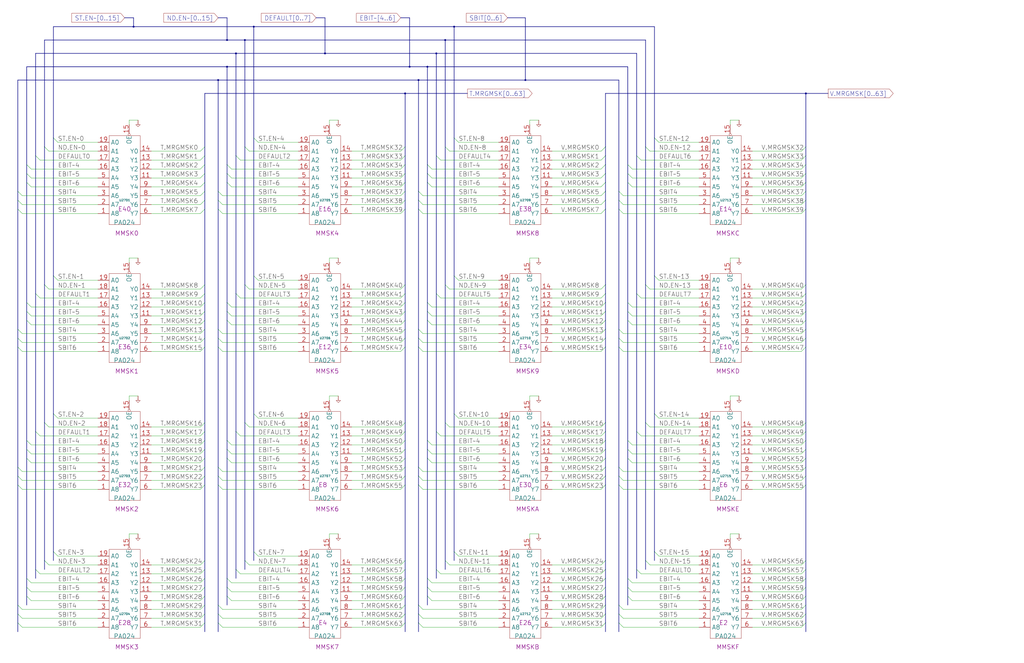
<source format=kicad_sch>
(kicad_sch (version 20230121) (generator eeschema)
  (paper "User" 584.2 378.46)
  (title_block (title "MERGE MASK PROMS") (date "20-MAR-90") (rev "1.0") (comment 1 "FIU") (comment 2 "232-003065") (comment 3 "S400") (comment 4 "RELEASED"))
  (junction (at 299.72 45.72))
  (junction (at 139.7 22.86))
  (junction (at 129.54 22.86))
  (junction (at 459.74 53.34))
  (junction (at 243.84 38.1))
  (junction (at 248.92 30.48))
  (junction (at 144.78 15.24))
  (junction (at 231.14 53.34))
  (junction (at 129.54 38.1))
  (junction (at 185.42 30.48))
  (junction (at 134.62 30.48))
  (junction (at 238.76 45.72))
  (junction (at 124.46 45.72))
  (junction (at 76.2 15.24))
  (junction (at 259.08 15.24))
  (junction (at 233.68 38.1))
  (junction (at 254 22.86))
  (bus_entry (at 254 320.04) (size 2.54 2.54))
  (bus_entry (at 231.14 266.7) (size -2.54 2.54))
  (bus_entry (at 353.06 109.22) (size 2.54 2.54))
  (bus_entry (at 116.84 261.62) (size -2.54 2.54))
  (bus_entry (at 15.24 335.28) (size 2.54 2.54))
  (bus_entry (at 231.14 182.88) (size -2.54 2.54))
  (bus_entry (at 238.76 187.96) (size 2.54 2.54))
  (bus_entry (at 116.84 266.7) (size -2.54 2.54))
  (bus_entry (at 10.16 187.96) (size 2.54 2.54))
  (bus_entry (at 134.62 325.12) (size 2.54 2.54))
  (bus_entry (at 353.06 350.52) (size 2.54 2.54))
  (bus_entry (at 124.46 114.3) (size 2.54 2.54))
  (bus_entry (at 129.54 256.54) (size 2.54 2.54))
  (bus_entry (at 124.46 345.44) (size 2.54 2.54))
  (bus_entry (at 243.84 261.62) (size 2.54 2.54))
  (bus_entry (at 368.3 241.3) (size 2.54 2.54))
  (bus_entry (at 345.44 167.64) (size -2.54 2.54))
  (bus_entry (at 15.24 182.88) (size 2.54 2.54))
  (bus_entry (at 10.16 355.6) (size 2.54 2.54))
  (bus_entry (at 20.32 246.38) (size 2.54 2.54))
  (bus_entry (at 15.24 261.62) (size 2.54 2.54))
  (bus_entry (at 353.06 193.04) (size 2.54 2.54))
  (bus_entry (at 358.14 261.62) (size 2.54 2.54))
  (bus_entry (at 15.24 251.46) (size 2.54 2.54))
  (bus_entry (at 345.44 198.12) (size -2.54 2.54))
  (bus_entry (at 124.46 276.86) (size 2.54 2.54))
  (bus_entry (at 231.14 172.72) (size -2.54 2.54))
  (bus_entry (at 116.84 246.38) (size -2.54 2.54))
  (bus_entry (at 231.14 198.12) (size -2.54 2.54))
  (bus_entry (at 238.76 350.52) (size 2.54 2.54))
  (bus_entry (at 20.32 167.64) (size 2.54 2.54))
  (bus_entry (at 345.44 93.98) (size -2.54 2.54))
  (bus_entry (at 459.74 99.06) (size -2.54 2.54))
  (bus_entry (at 116.84 172.72) (size -2.54 2.54))
  (bus_entry (at 231.14 177.8) (size -2.54 2.54))
  (bus_entry (at 116.84 187.96) (size -2.54 2.54))
  (bus_entry (at 231.14 246.38) (size -2.54 2.54))
  (bus_entry (at 238.76 114.3) (size 2.54 2.54))
  (bus_entry (at 116.84 177.8) (size -2.54 2.54))
  (bus_entry (at 238.76 193.04) (size 2.54 2.54))
  (bus_entry (at 15.24 104.14) (size 2.54 2.54))
  (bus_entry (at 30.48 157.48) (size 2.54 2.54))
  (bus_entry (at 139.7 241.3) (size 2.54 2.54))
  (bus_entry (at 353.06 114.3) (size 2.54 2.54))
  (bus_entry (at 231.14 271.78) (size -2.54 2.54))
  (bus_entry (at 368.3 83.82) (size 2.54 2.54))
  (bus_entry (at 116.84 241.3) (size -2.54 2.54))
  (bus_entry (at 231.14 162.56) (size -2.54 2.54))
  (bus_entry (at 124.46 266.7) (size 2.54 2.54))
  (bus_entry (at 358.14 335.28) (size 2.54 2.54))
  (bus_entry (at 124.46 350.52) (size 2.54 2.54))
  (bus_entry (at 459.74 167.64) (size -2.54 2.54))
  (bus_entry (at 459.74 276.86) (size -2.54 2.54))
  (bus_entry (at 10.16 193.04) (size 2.54 2.54))
  (bus_entry (at 129.54 340.36) (size 2.54 2.54))
  (bus_entry (at 459.74 266.7) (size -2.54 2.54))
  (bus_entry (at 459.74 251.46) (size -2.54 2.54))
  (bus_entry (at 248.92 167.64) (size 2.54 2.54))
  (bus_entry (at 345.44 246.38) (size -2.54 2.54))
  (bus_entry (at 358.14 177.8) (size 2.54 2.54))
  (bus_entry (at 345.44 251.46) (size -2.54 2.54))
  (bus_entry (at 116.84 109.22) (size -2.54 2.54))
  (bus_entry (at 116.84 271.78) (size -2.54 2.54))
  (bus_entry (at 124.46 187.96) (size 2.54 2.54))
  (bus_entry (at 124.46 119.38) (size 2.54 2.54))
  (bus_entry (at 231.14 251.46) (size -2.54 2.54))
  (bus_entry (at 459.74 182.88) (size -2.54 2.54))
  (bus_entry (at 144.78 157.48) (size 2.54 2.54))
  (bus_entry (at 124.46 271.78) (size 2.54 2.54))
  (bus_entry (at 459.74 330.2) (size -2.54 2.54))
  (bus_entry (at 116.84 276.86) (size -2.54 2.54))
  (bus_entry (at 25.4 241.3) (size 2.54 2.54))
  (bus_entry (at 231.14 93.98) (size -2.54 2.54))
  (bus_entry (at 353.06 276.86) (size 2.54 2.54))
  (bus_entry (at 124.46 198.12) (size 2.54 2.54))
  (bus_entry (at 254 241.3) (size 2.54 2.54))
  (bus_entry (at 353.06 271.78) (size 2.54 2.54))
  (bus_entry (at 238.76 345.44) (size 2.54 2.54))
  (bus_entry (at 129.54 172.72) (size 2.54 2.54))
  (bus_entry (at 116.84 320.04) (size -2.54 2.54))
  (bus_entry (at 243.84 177.8) (size 2.54 2.54))
  (bus_entry (at 231.14 88.9) (size -2.54 2.54))
  (bus_entry (at 259.08 157.48) (size 2.54 2.54))
  (bus_entry (at 358.14 182.88) (size 2.54 2.54))
  (bus_entry (at 459.74 104.14) (size -2.54 2.54))
  (bus_entry (at 459.74 187.96) (size -2.54 2.54))
  (bus_entry (at 10.16 114.3) (size 2.54 2.54))
  (bus_entry (at 116.84 88.9) (size -2.54 2.54))
  (bus_entry (at 116.84 335.28) (size -2.54 2.54))
  (bus_entry (at 459.74 172.72) (size -2.54 2.54))
  (bus_entry (at 345.44 241.3) (size -2.54 2.54))
  (bus_entry (at 116.84 340.36) (size -2.54 2.54))
  (bus_entry (at 231.14 345.44) (size -2.54 2.54))
  (bus_entry (at 459.74 88.9) (size -2.54 2.54))
  (bus_entry (at 116.84 198.12) (size -2.54 2.54))
  (bus_entry (at 10.16 276.86) (size 2.54 2.54))
  (bus_entry (at 345.44 276.86) (size -2.54 2.54))
  (bus_entry (at 231.14 109.22) (size -2.54 2.54))
  (bus_entry (at 10.16 119.38) (size 2.54 2.54))
  (bus_entry (at 238.76 276.86) (size 2.54 2.54))
  (bus_entry (at 15.24 177.8) (size 2.54 2.54))
  (bus_entry (at 10.16 271.78) (size 2.54 2.54))
  (bus_entry (at 139.7 83.82) (size 2.54 2.54))
  (bus_entry (at 368.3 162.56) (size 2.54 2.54))
  (bus_entry (at 231.14 355.6) (size -2.54 2.54))
  (bus_entry (at 459.74 177.8) (size -2.54 2.54))
  (bus_entry (at 358.14 99.06) (size 2.54 2.54))
  (bus_entry (at 243.84 182.88) (size 2.54 2.54))
  (bus_entry (at 358.14 172.72) (size 2.54 2.54))
  (bus_entry (at 243.84 340.36) (size 2.54 2.54))
  (bus_entry (at 10.16 350.52) (size 2.54 2.54))
  (bus_entry (at 358.14 93.98) (size 2.54 2.54))
  (bus_entry (at 30.48 314.96) (size 2.54 2.54))
  (bus_entry (at 116.84 330.2) (size -2.54 2.54))
  (bus_entry (at 345.44 172.72) (size -2.54 2.54))
  (bus_entry (at 345.44 104.14) (size -2.54 2.54))
  (bus_entry (at 129.54 93.98) (size 2.54 2.54))
  (bus_entry (at 238.76 119.38) (size 2.54 2.54))
  (bus_entry (at 459.74 83.82) (size -2.54 2.54))
  (bus_entry (at 116.84 114.3) (size -2.54 2.54))
  (bus_entry (at 231.14 350.52) (size -2.54 2.54))
  (bus_entry (at 238.76 198.12) (size 2.54 2.54))
  (bus_entry (at 368.3 320.04) (size 2.54 2.54))
  (bus_entry (at 129.54 335.28) (size 2.54 2.54))
  (bus_entry (at 373.38 157.48) (size 2.54 2.54))
  (bus_entry (at 15.24 330.2) (size 2.54 2.54))
  (bus_entry (at 231.14 83.82) (size -2.54 2.54))
  (bus_entry (at 231.14 119.38) (size -2.54 2.54))
  (bus_entry (at 116.84 193.04) (size -2.54 2.54))
  (bus_entry (at 345.44 182.88) (size -2.54 2.54))
  (bus_entry (at 10.16 345.44) (size 2.54 2.54))
  (bus_entry (at 116.84 167.64) (size -2.54 2.54))
  (bus_entry (at 124.46 193.04) (size 2.54 2.54))
  (bus_entry (at 25.4 162.56) (size 2.54 2.54))
  (bus_entry (at 459.74 261.62) (size -2.54 2.54))
  (bus_entry (at 139.7 162.56) (size 2.54 2.54))
  (bus_entry (at 116.84 99.06) (size -2.54 2.54))
  (bus_entry (at 459.74 355.6) (size -2.54 2.54))
  (bus_entry (at 459.74 109.22) (size -2.54 2.54))
  (bus_entry (at 116.84 256.54) (size -2.54 2.54))
  (bus_entry (at 243.84 256.54) (size 2.54 2.54))
  (bus_entry (at 139.7 320.04) (size 2.54 2.54))
  (bus_entry (at 358.14 256.54) (size 2.54 2.54))
  (bus_entry (at 373.38 236.22) (size 2.54 2.54))
  (bus_entry (at 231.14 187.96) (size -2.54 2.54))
  (bus_entry (at 345.44 187.96) (size -2.54 2.54))
  (bus_entry (at 345.44 114.3) (size -2.54 2.54))
  (bus_entry (at 134.62 88.9) (size 2.54 2.54))
  (bus_entry (at 459.74 198.12) (size -2.54 2.54))
  (bus_entry (at 345.44 88.9) (size -2.54 2.54))
  (bus_entry (at 231.14 193.04) (size -2.54 2.54))
  (bus_entry (at 345.44 83.82) (size -2.54 2.54))
  (bus_entry (at 353.06 119.38) (size 2.54 2.54))
  (bus_entry (at 243.84 335.28) (size 2.54 2.54))
  (bus_entry (at 231.14 99.06) (size -2.54 2.54))
  (bus_entry (at 345.44 99.06) (size -2.54 2.54))
  (bus_entry (at 15.24 256.54) (size 2.54 2.54))
  (bus_entry (at 358.14 104.14) (size 2.54 2.54))
  (bus_entry (at 363.22 246.38) (size 2.54 2.54))
  (bus_entry (at 345.44 261.62) (size -2.54 2.54))
  (bus_entry (at 144.78 78.74) (size 2.54 2.54))
  (bus_entry (at 134.62 167.64) (size 2.54 2.54))
  (bus_entry (at 243.84 172.72) (size 2.54 2.54))
  (bus_entry (at 30.48 236.22) (size 2.54 2.54))
  (bus_entry (at 243.84 330.2) (size 2.54 2.54))
  (bus_entry (at 363.22 325.12) (size 2.54 2.54))
  (bus_entry (at 231.14 340.36) (size -2.54 2.54))
  (bus_entry (at 10.16 266.7) (size 2.54 2.54))
  (bus_entry (at 15.24 93.98) (size 2.54 2.54))
  (bus_entry (at 231.14 330.2) (size -2.54 2.54))
  (bus_entry (at 231.14 104.14) (size -2.54 2.54))
  (bus_entry (at 231.14 256.54) (size -2.54 2.54))
  (bus_entry (at 134.62 246.38) (size 2.54 2.54))
  (bus_entry (at 345.44 193.04) (size -2.54 2.54))
  (bus_entry (at 238.76 109.22) (size 2.54 2.54))
  (bus_entry (at 129.54 182.88) (size 2.54 2.54))
  (bus_entry (at 363.22 88.9) (size 2.54 2.54))
  (bus_entry (at 129.54 104.14) (size 2.54 2.54))
  (bus_entry (at 238.76 271.78) (size 2.54 2.54))
  (bus_entry (at 10.16 109.22) (size 2.54 2.54))
  (bus_entry (at 116.84 104.14) (size -2.54 2.54))
  (bus_entry (at 116.84 345.44) (size -2.54 2.54))
  (bus_entry (at 231.14 261.62) (size -2.54 2.54))
  (bus_entry (at 231.14 114.3) (size -2.54 2.54))
  (bus_entry (at 243.84 251.46) (size 2.54 2.54))
  (bus_entry (at 345.44 256.54) (size -2.54 2.54))
  (bus_entry (at 345.44 109.22) (size -2.54 2.54))
  (bus_entry (at 459.74 114.3) (size -2.54 2.54))
  (bus_entry (at 373.38 314.96) (size 2.54 2.54))
  (bus_entry (at 459.74 320.04) (size -2.54 2.54))
  (bus_entry (at 15.24 172.72) (size 2.54 2.54))
  (bus_entry (at 345.44 340.36) (size -2.54 2.54))
  (bus_entry (at 459.74 350.52) (size -2.54 2.54))
  (bus_entry (at 129.54 330.2) (size 2.54 2.54))
  (bus_entry (at 116.84 355.6) (size -2.54 2.54))
  (bus_entry (at 345.44 335.28) (size -2.54 2.54))
  (bus_entry (at 129.54 177.8) (size 2.54 2.54))
  (bus_entry (at 353.06 266.7) (size 2.54 2.54))
  (bus_entry (at 15.24 99.06) (size 2.54 2.54))
  (bus_entry (at 259.08 78.74) (size 2.54 2.54))
  (bus_entry (at 345.44 330.2) (size -2.54 2.54))
  (bus_entry (at 243.84 93.98) (size 2.54 2.54))
  (bus_entry (at 243.84 99.06) (size 2.54 2.54))
  (bus_entry (at 459.74 193.04) (size -2.54 2.54))
  (bus_entry (at 353.06 355.6) (size 2.54 2.54))
  (bus_entry (at 144.78 314.96) (size 2.54 2.54))
  (bus_entry (at 248.92 88.9) (size 2.54 2.54))
  (bus_entry (at 459.74 335.28) (size -2.54 2.54))
  (bus_entry (at 231.14 167.64) (size -2.54 2.54))
  (bus_entry (at 259.08 314.96) (size 2.54 2.54))
  (bus_entry (at 231.14 335.28) (size -2.54 2.54))
  (bus_entry (at 254 83.82) (size 2.54 2.54))
  (bus_entry (at 116.84 350.52) (size -2.54 2.54))
  (bus_entry (at 231.14 320.04) (size -2.54 2.54))
  (bus_entry (at 459.74 256.54) (size -2.54 2.54))
  (bus_entry (at 144.78 236.22) (size 2.54 2.54))
  (bus_entry (at 459.74 246.38) (size -2.54 2.54))
  (bus_entry (at 20.32 88.9) (size 2.54 2.54))
  (bus_entry (at 345.44 350.52) (size -2.54 2.54))
  (bus_entry (at 373.38 78.74) (size 2.54 2.54))
  (bus_entry (at 116.84 162.56) (size -2.54 2.54))
  (bus_entry (at 459.74 345.44) (size -2.54 2.54))
  (bus_entry (at 358.14 340.36) (size 2.54 2.54))
  (bus_entry (at 20.32 325.12) (size 2.54 2.54))
  (bus_entry (at 243.84 104.14) (size 2.54 2.54))
  (bus_entry (at 459.74 340.36) (size -2.54 2.54))
  (bus_entry (at 231.14 276.86) (size -2.54 2.54))
  (bus_entry (at 248.92 325.12) (size 2.54 2.54))
  (bus_entry (at 124.46 109.22) (size 2.54 2.54))
  (bus_entry (at 459.74 271.78) (size -2.54 2.54))
  (bus_entry (at 345.44 177.8) (size -2.54 2.54))
  (bus_entry (at 345.44 355.6) (size -2.54 2.54))
  (bus_entry (at 116.84 119.38) (size -2.54 2.54))
  (bus_entry (at 25.4 83.82) (size 2.54 2.54))
  (bus_entry (at 129.54 99.06) (size 2.54 2.54))
  (bus_entry (at 248.92 246.38) (size 2.54 2.54))
  (bus_entry (at 353.06 198.12) (size 2.54 2.54))
  (bus_entry (at 254 162.56) (size 2.54 2.54))
  (bus_entry (at 358.14 251.46) (size 2.54 2.54))
  (bus_entry (at 345.44 162.56) (size -2.54 2.54))
  (bus_entry (at 353.06 187.96) (size 2.54 2.54))
  (bus_entry (at 129.54 261.62) (size 2.54 2.54))
  (bus_entry (at 238.76 355.6) (size 2.54 2.54))
  (bus_entry (at 25.4 320.04) (size 2.54 2.54))
  (bus_entry (at 124.46 355.6) (size 2.54 2.54))
  (bus_entry (at 459.74 162.56) (size -2.54 2.54))
  (bus_entry (at 116.84 182.88) (size -2.54 2.54))
  (bus_entry (at 116.84 93.98) (size -2.54 2.54))
  (bus_entry (at 345.44 325.12) (size -2.54 2.54))
  (bus_entry (at 30.48 78.74) (size 2.54 2.54))
  (bus_entry (at 15.24 340.36) (size 2.54 2.54))
  (bus_entry (at 231.14 241.3) (size -2.54 2.54))
  (bus_entry (at 238.76 266.7) (size 2.54 2.54))
  (bus_entry (at 459.74 241.3) (size -2.54 2.54))
  (bus_entry (at 116.84 83.82) (size -2.54 2.54))
  (bus_entry (at 345.44 320.04) (size -2.54 2.54))
  (bus_entry (at 116.84 251.46) (size -2.54 2.54))
  (bus_entry (at 10.16 198.12) (size 2.54 2.54))
  (bus_entry (at 116.84 325.12) (size -2.54 2.54))
  (bus_entry (at 345.44 266.7) (size -2.54 2.54))
  (bus_entry (at 459.74 119.38) (size -2.54 2.54))
  (bus_entry (at 358.14 330.2) (size 2.54 2.54))
  (bus_entry (at 259.08 236.22) (size 2.54 2.54))
  (bus_entry (at 345.44 271.78) (size -2.54 2.54))
  (bus_entry (at 459.74 93.98) (size -2.54 2.54))
  (bus_entry (at 353.06 345.44) (size 2.54 2.54))
  (bus_entry (at 129.54 251.46) (size 2.54 2.54))
  (bus_entry (at 459.74 325.12) (size -2.54 2.54))
  (bus_entry (at 345.44 119.38) (size -2.54 2.54))
  (bus_entry (at 345.44 345.44) (size -2.54 2.54))
  (bus_entry (at 231.14 325.12) (size -2.54 2.54))
  (bus_entry (at 363.22 167.64) (size 2.54 2.54))
  (bus (pts (xy 116.84 172.72) (xy 116.84 177.8)))
  (bus (pts (xy 25.4 22.86) (xy 25.4 83.82)))
  (wire (pts (xy 137.16 91.44) (xy 170.18 91.44)))
  (wire (pts (xy 200.66 116.84) (xy 228.6 116.84)))
  (bus (pts (xy 116.84 109.22) (xy 116.84 114.3)))
  (bus (pts (xy 254 22.86) (xy 368.3 22.86)))
  (wire (pts (xy 365.76 248.92) (xy 398.78 248.92)))
  (wire (pts (xy 246.38 254) (xy 284.48 254)))
  (wire (pts (xy 22.86 170.18) (xy 55.88 170.18)))
  (bus (pts (xy 134.62 167.64) (xy 134.62 246.38)))
  (wire (pts (xy 416.56 226.06) (xy 416.56 228.6)))
  (wire (pts (xy 241.3 111.76) (xy 284.48 111.76)))
  (bus (pts (xy 124.46 109.22) (xy 124.46 114.3)))
  (bus (pts (xy 129.54 340.36) (xy 129.54 345.44)))
  (wire (pts (xy 307.34 304.8) (xy 302.26 304.8)))
  (bus (pts (xy 259.08 15.24) (xy 373.38 15.24)))
  (wire (pts (xy 132.08 185.42) (xy 170.18 185.42)))
  (bus (pts (xy 231.14 251.46) (xy 231.14 256.54)))
  (wire (pts (xy 12.7 274.32) (xy 55.88 274.32)))
  (wire (pts (xy 429.26 342.9) (xy 457.2 342.9)))
  (bus (pts (xy 243.84 172.72) (xy 243.84 177.8)))
  (wire (pts (xy 261.62 160.02) (xy 284.48 160.02)))
  (bus (pts (xy 124.46 345.44) (xy 124.46 350.52)))
  (bus (pts (xy 231.14 162.56) (xy 231.14 167.64)))
  (wire (pts (xy 251.46 170.18) (xy 284.48 170.18)))
  (bus (pts (xy 289.56 10.16) (xy 299.72 10.16)))
  (wire (pts (xy 86.36 254) (xy 114.3 254)))
  (wire (pts (xy 355.6 116.84) (xy 398.78 116.84)))
  (bus (pts (xy 243.84 104.14) (xy 243.84 172.72)))
  (wire (pts (xy 17.78 185.42) (xy 55.88 185.42)))
  (wire (pts (xy 127 269.24) (xy 170.18 269.24)))
  (wire (pts (xy 355.6 279.4) (xy 398.78 279.4)))
  (wire (pts (xy 200.66 347.98) (xy 228.6 347.98)))
  (bus (pts (xy 134.62 325.12) (xy 134.62 330.2)))
  (wire (pts (xy 314.96 190.5) (xy 342.9 190.5)))
  (bus (pts (xy 459.74 198.12) (xy 459.74 241.3)))
  (bus (pts (xy 248.92 30.48) (xy 248.92 88.9)))
  (wire (pts (xy 200.66 358.14) (xy 228.6 358.14)))
  (bus (pts (xy 129.54 93.98) (xy 129.54 99.06)))
  (wire (pts (xy 86.36 195.58) (xy 114.3 195.58)))
  (bus (pts (xy 243.84 256.54) (xy 243.84 261.62)))
  (bus (pts (xy 243.84 330.2) (xy 243.84 335.28)))
  (wire (pts (xy 429.26 337.82) (xy 457.2 337.82)))
  (wire (pts (xy 17.78 101.6) (xy 55.88 101.6)))
  (bus (pts (xy 185.42 30.48) (xy 248.92 30.48)))
  (bus (pts (xy 144.78 314.96) (xy 144.78 320.04)))
  (bus (pts (xy 10.16 276.86) (xy 10.16 345.44)))
  (wire (pts (xy 200.66 332.74) (xy 228.6 332.74)))
  (bus (pts (xy 231.14 320.04) (xy 231.14 325.12)))
  (bus (pts (xy 459.74 320.04) (xy 459.74 325.12)))
  (wire (pts (xy 127 111.76) (xy 170.18 111.76)))
  (bus (pts (xy 353.06 193.04) (xy 353.06 198.12)))
  (wire (pts (xy 27.94 322.58) (xy 55.88 322.58)))
  (wire (pts (xy 246.38 175.26) (xy 284.48 175.26)))
  (wire (pts (xy 421.64 304.8) (xy 416.56 304.8)))
  (bus (pts (xy 15.24 335.28) (xy 15.24 340.36)))
  (wire (pts (xy 314.96 180.34) (xy 342.9 180.34)))
  (wire (pts (xy 246.38 101.6) (xy 284.48 101.6)))
  (bus (pts (xy 116.84 261.62) (xy 116.84 266.7)))
  (wire (pts (xy 429.26 259.08) (xy 457.2 259.08)))
  (wire (pts (xy 241.3 274.32) (xy 284.48 274.32)))
  (bus (pts (xy 345.44 93.98) (xy 345.44 99.06)))
  (wire (pts (xy 200.66 96.52) (xy 228.6 96.52)))
  (wire (pts (xy 12.7 200.66) (xy 55.88 200.66)))
  (wire (pts (xy 370.84 243.84) (xy 398.78 243.84)))
  (bus (pts (xy 231.14 340.36) (xy 231.14 345.44)))
  (bus (pts (xy 363.22 88.9) (xy 363.22 167.64)))
  (bus (pts (xy 259.08 314.96) (xy 259.08 320.04)))
  (wire (pts (xy 314.96 106.68) (xy 342.9 106.68)))
  (bus (pts (xy 368.3 83.82) (xy 368.3 162.56)))
  (wire (pts (xy 12.7 121.92) (xy 55.88 121.92)))
  (bus (pts (xy 231.14 271.78) (xy 231.14 276.86)))
  (wire (pts (xy 429.26 347.98) (xy 457.2 347.98)))
  (wire (pts (xy 314.96 269.24) (xy 342.9 269.24)))
  (bus (pts (xy 358.14 330.2) (xy 358.14 335.28)))
  (bus (pts (xy 116.84 340.36) (xy 116.84 345.44)))
  (bus (pts (xy 116.84 271.78) (xy 116.84 276.86)))
  (bus (pts (xy 10.16 271.78) (xy 10.16 276.86)))
  (bus (pts (xy 459.74 53.34) (xy 472.44 53.34)))
  (bus (pts (xy 345.44 246.38) (xy 345.44 251.46)))
  (bus (pts (xy 299.72 45.72) (xy 353.06 45.72)))
  (bus (pts (xy 231.14 261.62) (xy 231.14 266.7)))
  (bus (pts (xy 238.76 193.04) (xy 238.76 198.12)))
  (wire (pts (xy 132.08 259.08) (xy 170.18 259.08)))
  (bus (pts (xy 345.44 99.06) (xy 345.44 104.14)))
  (wire (pts (xy 86.36 322.58) (xy 114.3 322.58)))
  (wire (pts (xy 429.26 195.58) (xy 457.2 195.58)))
  (wire (pts (xy 429.26 269.24) (xy 457.2 269.24)))
  (wire (pts (xy 86.36 264.16) (xy 114.3 264.16)))
  (wire (pts (xy 246.38 96.52) (xy 284.48 96.52)))
  (bus (pts (xy 231.14 241.3) (xy 231.14 246.38)))
  (bus (pts (xy 25.4 320.04) (xy 25.4 325.12)))
  (wire (pts (xy 314.96 165.1) (xy 342.9 165.1)))
  (wire (pts (xy 429.26 185.42) (xy 457.2 185.42)))
  (wire (pts (xy 314.96 116.84) (xy 342.9 116.84)))
  (wire (pts (xy 73.66 304.8) (xy 73.66 307.34)))
  (bus (pts (xy 231.14 276.86) (xy 231.14 320.04)))
  (bus (pts (xy 116.84 99.06) (xy 116.84 104.14)))
  (wire (pts (xy 86.36 121.92) (xy 114.3 121.92)))
  (wire (pts (xy 314.96 111.76) (xy 342.9 111.76)))
  (wire (pts (xy 355.6 269.24) (xy 398.78 269.24)))
  (wire (pts (xy 421.64 226.06) (xy 416.56 226.06)))
  (bus (pts (xy 116.84 162.56) (xy 116.84 167.64)))
  (wire (pts (xy 12.7 358.14) (xy 55.88 358.14)))
  (wire (pts (xy 241.3 269.24) (xy 284.48 269.24)))
  (wire (pts (xy 256.54 165.1) (xy 284.48 165.1)))
  (bus (pts (xy 243.84 261.62) (xy 243.84 330.2)))
  (wire (pts (xy 86.36 347.98) (xy 114.3 347.98)))
  (wire (pts (xy 132.08 180.34) (xy 170.18 180.34)))
  (bus (pts (xy 20.32 246.38) (xy 20.32 325.12)))
  (bus (pts (xy 459.74 193.04) (xy 459.74 198.12)))
  (bus (pts (xy 345.44 53.34) (xy 345.44 83.82)))
  (bus (pts (xy 129.54 256.54) (xy 129.54 261.62)))
  (bus (pts (xy 10.16 355.6) (xy 10.16 360.68)))
  (wire (pts (xy 17.78 106.68) (xy 55.88 106.68)))
  (wire (pts (xy 127 121.92) (xy 170.18 121.92)))
  (wire (pts (xy 429.26 248.92) (xy 457.2 248.92)))
  (bus (pts (xy 243.84 340.36) (xy 243.84 345.44)))
  (wire (pts (xy 12.7 269.24) (xy 55.88 269.24)))
  (wire (pts (xy 246.38 264.16) (xy 284.48 264.16)))
  (bus (pts (xy 139.7 162.56) (xy 139.7 241.3)))
  (wire (pts (xy 86.36 86.36) (xy 114.3 86.36)))
  (wire (pts (xy 86.36 106.68) (xy 114.3 106.68)))
  (bus (pts (xy 345.44 251.46) (xy 345.44 256.54)))
  (bus (pts (xy 373.38 314.96) (xy 373.38 320.04)))
  (bus (pts (xy 345.44 241.3) (xy 345.44 246.38)))
  (wire (pts (xy 241.3 347.98) (xy 284.48 347.98)))
  (wire (pts (xy 200.66 200.66) (xy 228.6 200.66)))
  (bus (pts (xy 345.44 193.04) (xy 345.44 198.12)))
  (bus (pts (xy 124.46 350.52) (xy 124.46 355.6)))
  (bus (pts (xy 459.74 261.62) (xy 459.74 266.7)))
  (wire (pts (xy 200.66 259.08) (xy 228.6 259.08)))
  (bus (pts (xy 345.44 261.62) (xy 345.44 266.7)))
  (bus (pts (xy 459.74 104.14) (xy 459.74 109.22)))
  (wire (pts (xy 12.7 116.84) (xy 55.88 116.84)))
  (wire (pts (xy 365.76 91.44) (xy 398.78 91.44)))
  (bus (pts (xy 10.16 187.96) (xy 10.16 193.04)))
  (wire (pts (xy 86.36 353.06) (xy 114.3 353.06)))
  (wire (pts (xy 127 190.5) (xy 170.18 190.5)))
  (wire (pts (xy 314.96 195.58) (xy 342.9 195.58)))
  (bus (pts (xy 139.7 241.3) (xy 139.7 320.04)))
  (wire (pts (xy 429.26 279.4) (xy 457.2 279.4)))
  (wire (pts (xy 33.02 160.02) (xy 55.88 160.02)))
  (wire (pts (xy 360.68 101.6) (xy 398.78 101.6)))
  (bus (pts (xy 238.76 45.72) (xy 238.76 109.22)))
  (wire (pts (xy 314.96 254) (xy 342.9 254)))
  (bus (pts (xy 231.14 266.7) (xy 231.14 271.78)))
  (bus (pts (xy 231.14 335.28) (xy 231.14 340.36)))
  (bus (pts (xy 124.46 187.96) (xy 124.46 193.04)))
  (bus (pts (xy 459.74 114.3) (xy 459.74 119.38)))
  (bus (pts (xy 459.74 109.22) (xy 459.74 114.3)))
  (bus (pts (xy 129.54 10.16) (xy 129.54 22.86)))
  (bus (pts (xy 459.74 335.28) (xy 459.74 340.36)))
  (bus (pts (xy 459.74 93.98) (xy 459.74 99.06)))
  (bus (pts (xy 358.14 38.1) (xy 358.14 93.98)))
  (bus (pts (xy 459.74 167.64) (xy 459.74 172.72)))
  (wire (pts (xy 429.26 332.74) (xy 457.2 332.74)))
  (bus (pts (xy 238.76 45.72) (xy 299.72 45.72)))
  (bus (pts (xy 345.44 335.28) (xy 345.44 340.36)))
  (bus (pts (xy 116.84 93.98) (xy 116.84 99.06)))
  (bus (pts (xy 345.44 162.56) (xy 345.44 167.64)))
  (wire (pts (xy 246.38 342.9) (xy 284.48 342.9)))
  (wire (pts (xy 200.66 185.42) (xy 228.6 185.42)))
  (bus (pts (xy 233.68 38.1) (xy 243.84 38.1)))
  (bus (pts (xy 124.46 10.16) (xy 129.54 10.16)))
  (bus (pts (xy 238.76 187.96) (xy 238.76 193.04)))
  (wire (pts (xy 429.26 327.66) (xy 457.2 327.66)))
  (bus (pts (xy 129.54 99.06) (xy 129.54 104.14)))
  (bus (pts (xy 231.14 355.6) (xy 231.14 360.68)))
  (bus (pts (xy 25.4 22.86) (xy 129.54 22.86)))
  (wire (pts (xy 86.36 175.26) (xy 114.3 175.26)))
  (wire (pts (xy 200.66 327.66) (xy 228.6 327.66)))
  (bus (pts (xy 15.24 93.98) (xy 15.24 99.06)))
  (bus (pts (xy 459.74 271.78) (xy 459.74 276.86)))
  (bus (pts (xy 139.7 320.04) (xy 139.7 325.12)))
  (wire (pts (xy 261.62 81.28) (xy 284.48 81.28)))
  (wire (pts (xy 86.36 111.76) (xy 114.3 111.76)))
  (bus (pts (xy 358.14 256.54) (xy 358.14 261.62)))
  (wire (pts (xy 147.32 317.5) (xy 170.18 317.5)))
  (wire (pts (xy 355.6 111.76) (xy 398.78 111.76)))
  (wire (pts (xy 200.66 274.32) (xy 228.6 274.32)))
  (wire (pts (xy 421.64 68.58) (xy 416.56 68.58)))
  (bus (pts (xy 345.44 177.8) (xy 345.44 182.88)))
  (wire (pts (xy 132.08 254) (xy 170.18 254)))
  (bus (pts (xy 368.3 22.86) (xy 368.3 83.82)))
  (bus (pts (xy 129.54 22.86) (xy 139.7 22.86)))
  (wire (pts (xy 429.26 180.34) (xy 457.2 180.34)))
  (wire (pts (xy 27.94 86.36) (xy 55.88 86.36)))
  (wire (pts (xy 200.66 170.18) (xy 228.6 170.18)))
  (wire (pts (xy 22.86 91.44) (xy 55.88 91.44)))
  (wire (pts (xy 307.34 147.32) (xy 302.26 147.32)))
  (bus (pts (xy 459.74 172.72) (xy 459.74 177.8)))
  (wire (pts (xy 78.74 304.8) (xy 73.66 304.8)))
  (bus (pts (xy 248.92 30.48) (xy 363.22 30.48)))
  (bus (pts (xy 459.74 99.06) (xy 459.74 104.14)))
  (wire (pts (xy 33.02 317.5) (xy 55.88 317.5)))
  (bus (pts (xy 15.24 104.14) (xy 15.24 172.72)))
  (bus (pts (xy 116.84 198.12) (xy 116.84 241.3)))
  (bus (pts (xy 353.06 345.44) (xy 353.06 350.52)))
  (wire (pts (xy 142.24 243.84) (xy 170.18 243.84)))
  (bus (pts (xy 373.38 78.74) (xy 373.38 157.48)))
  (wire (pts (xy 365.76 327.66) (xy 398.78 327.66)))
  (bus (pts (xy 353.06 119.38) (xy 353.06 187.96)))
  (bus (pts (xy 15.24 177.8) (xy 15.24 182.88)))
  (bus (pts (xy 116.84 193.04) (xy 116.84 198.12)))
  (bus (pts (xy 345.44 88.9) (xy 345.44 93.98)))
  (bus (pts (xy 116.84 276.86) (xy 116.84 320.04)))
  (bus (pts (xy 30.48 236.22) (xy 30.48 314.96)))
  (bus (pts (xy 139.7 22.86) (xy 254 22.86)))
  (wire (pts (xy 314.96 200.66) (xy 342.9 200.66)))
  (wire (pts (xy 127 116.84) (xy 170.18 116.84)))
  (bus (pts (xy 353.06 114.3) (xy 353.06 119.38)))
  (wire (pts (xy 251.46 248.92) (xy 284.48 248.92)))
  (wire (pts (xy 375.92 238.76) (xy 398.78 238.76)))
  (bus (pts (xy 459.74 88.9) (xy 459.74 93.98)))
  (bus (pts (xy 76.2 15.24) (xy 144.78 15.24)))
  (bus (pts (xy 15.24 261.62) (xy 15.24 330.2)))
  (bus (pts (xy 345.44 53.34) (xy 459.74 53.34)))
  (bus (pts (xy 373.38 15.24) (xy 373.38 78.74)))
  (bus (pts (xy 345.44 109.22) (xy 345.44 114.3)))
  (bus (pts (xy 243.84 177.8) (xy 243.84 182.88)))
  (wire (pts (xy 307.34 68.58) (xy 302.26 68.58)))
  (wire (pts (xy 127 195.58) (xy 170.18 195.58)))
  (bus (pts (xy 345.44 350.52) (xy 345.44 355.6)))
  (wire (pts (xy 246.38 332.74) (xy 284.48 332.74)))
  (bus (pts (xy 129.54 335.28) (xy 129.54 340.36)))
  (bus (pts (xy 345.44 330.2) (xy 345.44 335.28)))
  (bus (pts (xy 358.14 251.46) (xy 358.14 256.54)))
  (bus (pts (xy 345.44 345.44) (xy 345.44 350.52)))
  (wire (pts (xy 127 358.14) (xy 170.18 358.14)))
  (wire (pts (xy 355.6 200.66) (xy 398.78 200.66)))
  (wire (pts (xy 429.26 264.16) (xy 457.2 264.16)))
  (wire (pts (xy 200.66 86.36) (xy 228.6 86.36)))
  (bus (pts (xy 30.48 157.48) (xy 30.48 236.22)))
  (wire (pts (xy 147.32 81.28) (xy 170.18 81.28)))
  (bus (pts (xy 129.54 182.88) (xy 129.54 251.46)))
  (wire (pts (xy 355.6 274.32) (xy 398.78 274.32)))
  (bus (pts (xy 116.84 256.54) (xy 116.84 261.62)))
  (wire (pts (xy 200.66 101.6) (xy 228.6 101.6)))
  (wire (pts (xy 261.62 238.76) (xy 284.48 238.76)))
  (wire (pts (xy 200.66 254) (xy 228.6 254)))
  (bus (pts (xy 20.32 30.48) (xy 20.32 88.9)))
  (wire (pts (xy 193.04 68.58) (xy 187.96 68.58)))
  (wire (pts (xy 360.68 96.52) (xy 398.78 96.52)))
  (bus (pts (xy 363.22 30.48) (xy 363.22 88.9)))
  (wire (pts (xy 429.26 322.58) (xy 457.2 322.58)))
  (wire (pts (xy 416.56 147.32) (xy 416.56 149.86)))
  (wire (pts (xy 200.66 180.34) (xy 228.6 180.34)))
  (bus (pts (xy 134.62 88.9) (xy 134.62 167.64)))
  (wire (pts (xy 200.66 269.24) (xy 228.6 269.24)))
  (bus (pts (xy 358.14 182.88) (xy 358.14 251.46)))
  (bus (pts (xy 353.06 198.12) (xy 353.06 266.7)))
  (wire (pts (xy 132.08 96.52) (xy 170.18 96.52)))
  (bus (pts (xy 129.54 251.46) (xy 129.54 256.54)))
  (bus (pts (xy 243.84 99.06) (xy 243.84 104.14)))
  (bus (pts (xy 459.74 340.36) (xy 459.74 345.44)))
  (bus (pts (xy 259.08 78.74) (xy 259.08 157.48)))
  (bus (pts (xy 459.74 162.56) (xy 459.74 167.64)))
  (wire (pts (xy 429.26 121.92) (xy 457.2 121.92)))
  (bus (pts (xy 30.48 314.96) (xy 30.48 320.04)))
  (bus (pts (xy 345.44 167.64) (xy 345.44 172.72)))
  (bus (pts (xy 368.3 241.3) (xy 368.3 320.04)))
  (wire (pts (xy 314.96 91.44) (xy 342.9 91.44)))
  (bus (pts (xy 243.84 251.46) (xy 243.84 256.54)))
  (bus (pts (xy 116.84 119.38) (xy 116.84 162.56)))
  (wire (pts (xy 200.66 279.4) (xy 228.6 279.4)))
  (wire (pts (xy 200.66 342.9) (xy 228.6 342.9)))
  (wire (pts (xy 314.96 86.36) (xy 342.9 86.36)))
  (wire (pts (xy 132.08 332.74) (xy 170.18 332.74)))
  (bus (pts (xy 15.24 340.36) (xy 15.24 345.44)))
  (wire (pts (xy 302.26 304.8) (xy 302.26 307.34)))
  (wire (pts (xy 314.96 175.26) (xy 342.9 175.26)))
  (wire (pts (xy 421.64 147.32) (xy 416.56 147.32)))
  (wire (pts (xy 375.92 81.28) (xy 398.78 81.28)))
  (bus (pts (xy 358.14 99.06) (xy 358.14 104.14)))
  (bus (pts (xy 459.74 119.38) (xy 459.74 162.56)))
  (bus (pts (xy 345.44 325.12) (xy 345.44 330.2)))
  (wire (pts (xy 416.56 304.8) (xy 416.56 307.34)))
  (wire (pts (xy 360.68 180.34) (xy 398.78 180.34)))
  (wire (pts (xy 355.6 353.06) (xy 398.78 353.06)))
  (wire (pts (xy 246.38 337.82) (xy 284.48 337.82)))
  (wire (pts (xy 314.96 322.58) (xy 342.9 322.58)))
  (bus (pts (xy 76.2 10.16) (xy 76.2 15.24)))
  (wire (pts (xy 241.3 200.66) (xy 284.48 200.66)))
  (bus (pts (xy 363.22 325.12) (xy 363.22 330.2)))
  (bus (pts (xy 358.14 335.28) (xy 358.14 340.36)))
  (bus (pts (xy 353.06 355.6) (xy 353.06 360.68)))
  (bus (pts (xy 259.08 236.22) (xy 259.08 314.96)))
  (wire (pts (xy 429.26 101.6) (xy 457.2 101.6)))
  (wire (pts (xy 86.36 269.24) (xy 114.3 269.24)))
  (wire (pts (xy 429.26 111.76) (xy 457.2 111.76)))
  (wire (pts (xy 137.16 170.18) (xy 170.18 170.18)))
  (bus (pts (xy 25.4 241.3) (xy 25.4 320.04)))
  (bus (pts (xy 345.44 256.54) (xy 345.44 261.62)))
  (bus (pts (xy 459.74 177.8) (xy 459.74 182.88)))
  (bus (pts (xy 345.44 182.88) (xy 345.44 187.96)))
  (bus (pts (xy 129.54 172.72) (xy 129.54 177.8)))
  (wire (pts (xy 17.78 175.26) (xy 55.88 175.26)))
  (wire (pts (xy 200.66 353.06) (xy 228.6 353.06)))
  (wire (pts (xy 429.26 200.66) (xy 457.2 200.66)))
  (bus (pts (xy 134.62 30.48) (xy 134.62 88.9)))
  (wire (pts (xy 142.24 86.36) (xy 170.18 86.36)))
  (bus (pts (xy 243.84 182.88) (xy 243.84 251.46)))
  (wire (pts (xy 17.78 254) (xy 55.88 254)))
  (bus (pts (xy 345.44 104.14) (xy 345.44 109.22)))
  (bus (pts (xy 25.4 162.56) (xy 25.4 241.3)))
  (wire (pts (xy 200.66 264.16) (xy 228.6 264.16)))
  (wire (pts (xy 86.36 332.74) (xy 114.3 332.74)))
  (bus (pts (xy 116.84 355.6) (xy 116.84 360.68)))
  (wire (pts (xy 429.26 353.06) (xy 457.2 353.06)))
  (wire (pts (xy 86.36 180.34) (xy 114.3 180.34)))
  (bus (pts (xy 116.84 53.34) (xy 116.84 83.82)))
  (bus (pts (xy 116.84 330.2) (xy 116.84 335.28)))
  (bus (pts (xy 459.74 266.7) (xy 459.74 271.78)))
  (wire (pts (xy 86.36 200.66) (xy 114.3 200.66)))
  (bus (pts (xy 134.62 246.38) (xy 134.62 325.12)))
  (wire (pts (xy 314.96 259.08) (xy 342.9 259.08)))
  (wire (pts (xy 314.96 327.66) (xy 342.9 327.66)))
  (bus (pts (xy 231.14 119.38) (xy 231.14 162.56)))
  (wire (pts (xy 355.6 121.92) (xy 398.78 121.92)))
  (bus (pts (xy 10.16 198.12) (xy 10.16 266.7)))
  (bus (pts (xy 238.76 350.52) (xy 238.76 355.6)))
  (bus (pts (xy 231.14 99.06) (xy 231.14 104.14)))
  (wire (pts (xy 256.54 243.84) (xy 284.48 243.84)))
  (wire (pts (xy 360.68 175.26) (xy 398.78 175.26)))
  (wire (pts (xy 241.3 279.4) (xy 284.48 279.4)))
  (bus (pts (xy 373.38 157.48) (xy 373.38 236.22)))
  (wire (pts (xy 12.7 195.58) (xy 55.88 195.58)))
  (bus (pts (xy 231.14 246.38) (xy 231.14 251.46)))
  (bus (pts (xy 459.74 330.2) (xy 459.74 335.28)))
  (wire (pts (xy 137.16 327.66) (xy 170.18 327.66)))
  (bus (pts (xy 353.06 187.96) (xy 353.06 193.04)))
  (wire (pts (xy 17.78 96.52) (xy 55.88 96.52)))
  (bus (pts (xy 124.46 271.78) (xy 124.46 276.86)))
  (bus (pts (xy 231.14 53.34) (xy 231.14 83.82)))
  (wire (pts (xy 314.96 121.92) (xy 342.9 121.92)))
  (wire (pts (xy 429.26 254) (xy 457.2 254)))
  (wire (pts (xy 355.6 347.98) (xy 398.78 347.98)))
  (bus (pts (xy 345.44 187.96) (xy 345.44 193.04)))
  (bus (pts (xy 238.76 198.12) (xy 238.76 266.7)))
  (bus (pts (xy 459.74 246.38) (xy 459.74 251.46)))
  (wire (pts (xy 86.36 358.14) (xy 114.3 358.14)))
  (wire (pts (xy 86.36 327.66) (xy 114.3 327.66)))
  (bus (pts (xy 10.16 45.72) (xy 124.46 45.72)))
  (bus (pts (xy 116.84 335.28) (xy 116.84 340.36)))
  (bus (pts (xy 124.46 119.38) (xy 124.46 187.96)))
  (wire (pts (xy 200.66 248.92) (xy 228.6 248.92)))
  (bus (pts (xy 248.92 325.12) (xy 248.92 330.2)))
  (wire (pts (xy 127 353.06) (xy 170.18 353.06)))
  (wire (pts (xy 314.96 353.06) (xy 342.9 353.06)))
  (bus (pts (xy 231.14 104.14) (xy 231.14 109.22)))
  (wire (pts (xy 132.08 337.82) (xy 170.18 337.82)))
  (wire (pts (xy 370.84 86.36) (xy 398.78 86.36)))
  (bus (pts (xy 231.14 325.12) (xy 231.14 330.2)))
  (bus (pts (xy 129.54 104.14) (xy 129.54 172.72)))
  (bus (pts (xy 10.16 193.04) (xy 10.16 198.12)))
  (bus (pts (xy 231.14 172.72) (xy 231.14 177.8)))
  (wire (pts (xy 86.36 274.32) (xy 114.3 274.32)))
  (wire (pts (xy 200.66 121.92) (xy 228.6 121.92)))
  (bus (pts (xy 358.14 104.14) (xy 358.14 172.72)))
  (bus (pts (xy 345.44 83.82) (xy 345.44 88.9)))
  (bus (pts (xy 368.3 320.04) (xy 368.3 325.12)))
  (wire (pts (xy 200.66 106.68) (xy 228.6 106.68)))
  (bus (pts (xy 358.14 261.62) (xy 358.14 330.2)))
  (bus (pts (xy 243.84 335.28) (xy 243.84 340.36)))
  (bus (pts (xy 231.14 53.34) (xy 266.7 53.34)))
  (bus (pts (xy 116.84 241.3) (xy 116.84 246.38)))
  (bus (pts (xy 124.46 193.04) (xy 124.46 198.12)))
  (bus (pts (xy 116.84 182.88) (xy 116.84 187.96)))
  (wire (pts (xy 360.68 337.82) (xy 398.78 337.82)))
  (bus (pts (xy 231.14 330.2) (xy 231.14 335.28)))
  (wire (pts (xy 355.6 358.14) (xy 398.78 358.14)))
  (wire (pts (xy 73.66 68.58) (xy 73.66 71.12)))
  (wire (pts (xy 302.26 226.06) (xy 302.26 228.6)))
  (bus (pts (xy 116.84 246.38) (xy 116.84 251.46)))
  (bus (pts (xy 459.74 83.82) (xy 459.74 88.9)))
  (wire (pts (xy 314.96 185.42) (xy 342.9 185.42)))
  (wire (pts (xy 17.78 337.82) (xy 55.88 337.82)))
  (wire (pts (xy 22.86 248.92) (xy 55.88 248.92)))
  (wire (pts (xy 86.36 165.1) (xy 114.3 165.1)))
  (wire (pts (xy 429.26 170.18) (xy 457.2 170.18)))
  (bus (pts (xy 254 241.3) (xy 254 320.04)))
  (wire (pts (xy 314.96 358.14) (xy 342.9 358.14)))
  (bus (pts (xy 15.24 38.1) (xy 129.54 38.1)))
  (bus (pts (xy 231.14 350.52) (xy 231.14 355.6)))
  (wire (pts (xy 370.84 165.1) (xy 398.78 165.1)))
  (wire (pts (xy 241.3 121.92) (xy 284.48 121.92)))
  (bus (pts (xy 345.44 172.72) (xy 345.44 177.8)))
  (wire (pts (xy 187.96 68.58) (xy 187.96 71.12)))
  (bus (pts (xy 124.46 198.12) (xy 124.46 266.7)))
  (bus (pts (xy 345.44 276.86) (xy 345.44 320.04)))
  (wire (pts (xy 360.68 332.74) (xy 398.78 332.74)))
  (bus (pts (xy 15.24 251.46) (xy 15.24 256.54)))
  (bus (pts (xy 144.78 236.22) (xy 144.78 314.96)))
  (bus (pts (xy 10.16 45.72) (xy 10.16 109.22)))
  (bus (pts (xy 25.4 83.82) (xy 25.4 162.56)))
  (wire (pts (xy 314.96 279.4) (xy 342.9 279.4)))
  (wire (pts (xy 86.36 185.42) (xy 114.3 185.42)))
  (bus (pts (xy 345.44 271.78) (xy 345.44 276.86)))
  (wire (pts (xy 261.62 317.5) (xy 284.48 317.5)))
  (wire (pts (xy 12.7 111.76) (xy 55.88 111.76)))
  (bus (pts (xy 345.44 320.04) (xy 345.44 325.12)))
  (wire (pts (xy 200.66 91.44) (xy 228.6 91.44)))
  (bus (pts (xy 254 162.56) (xy 254 241.3)))
  (bus (pts (xy 124.46 266.7) (xy 124.46 271.78)))
  (wire (pts (xy 360.68 342.9) (xy 398.78 342.9)))
  (bus (pts (xy 345.44 340.36) (xy 345.44 345.44)))
  (wire (pts (xy 360.68 254) (xy 398.78 254)))
  (bus (pts (xy 116.84 345.44) (xy 116.84 350.52)))
  (wire (pts (xy 246.38 180.34) (xy 284.48 180.34)))
  (wire (pts (xy 375.92 160.02) (xy 398.78 160.02)))
  (wire (pts (xy 370.84 322.58) (xy 398.78 322.58)))
  (bus (pts (xy 459.74 325.12) (xy 459.74 330.2)))
  (bus (pts (xy 353.06 109.22) (xy 353.06 114.3)))
  (wire (pts (xy 429.26 106.68) (xy 457.2 106.68)))
  (wire (pts (xy 314.96 342.9) (xy 342.9 342.9)))
  (bus (pts (xy 248.92 88.9) (xy 248.92 167.64)))
  (bus (pts (xy 124.46 355.6) (xy 124.46 360.68)))
  (bus (pts (xy 124.46 45.72) (xy 124.46 109.22)))
  (wire (pts (xy 429.26 243.84) (xy 457.2 243.84)))
  (bus (pts (xy 358.14 172.72) (xy 358.14 177.8)))
  (bus (pts (xy 116.84 320.04) (xy 116.84 325.12)))
  (wire (pts (xy 429.26 175.26) (xy 457.2 175.26)))
  (wire (pts (xy 86.36 342.9) (xy 114.3 342.9)))
  (wire (pts (xy 360.68 106.68) (xy 398.78 106.68)))
  (wire (pts (xy 12.7 279.4) (xy 55.88 279.4)))
  (bus (pts (xy 30.48 15.24) (xy 76.2 15.24)))
  (wire (pts (xy 429.26 165.1) (xy 457.2 165.1)))
  (bus (pts (xy 459.74 355.6) (xy 459.74 360.68)))
  (wire (pts (xy 17.78 180.34) (xy 55.88 180.34)))
  (wire (pts (xy 246.38 106.68) (xy 284.48 106.68)))
  (bus (pts (xy 15.24 330.2) (xy 15.24 335.28)))
  (wire (pts (xy 12.7 190.5) (xy 55.88 190.5)))
  (wire (pts (xy 314.96 337.82) (xy 342.9 337.82)))
  (wire (pts (xy 251.46 327.66) (xy 284.48 327.66)))
  (bus (pts (xy 459.74 53.34) (xy 459.74 83.82)))
  (bus (pts (xy 459.74 256.54) (xy 459.74 261.62)))
  (bus (pts (xy 139.7 83.82) (xy 139.7 162.56)))
  (wire (pts (xy 314.96 170.18) (xy 342.9 170.18)))
  (bus (pts (xy 231.14 182.88) (xy 231.14 187.96)))
  (bus (pts (xy 254 320.04) (xy 254 325.12)))
  (wire (pts (xy 251.46 91.44) (xy 284.48 91.44)))
  (bus (pts (xy 144.78 15.24) (xy 259.08 15.24)))
  (bus (pts (xy 116.84 350.52) (xy 116.84 355.6)))
  (bus (pts (xy 243.84 38.1) (xy 243.84 93.98)))
  (bus (pts (xy 363.22 167.64) (xy 363.22 246.38)))
  (wire (pts (xy 127 279.4) (xy 170.18 279.4)))
  (bus (pts (xy 238.76 266.7) (xy 238.76 271.78)))
  (wire (pts (xy 200.66 322.58) (xy 228.6 322.58)))
  (bus (pts (xy 116.84 177.8) (xy 116.84 182.88)))
  (bus (pts (xy 231.14 187.96) (xy 231.14 193.04)))
  (wire (pts (xy 27.94 165.1) (xy 55.88 165.1)))
  (wire (pts (xy 241.3 353.06) (xy 284.48 353.06)))
  (bus (pts (xy 116.84 83.82) (xy 116.84 88.9)))
  (wire (pts (xy 256.54 322.58) (xy 284.48 322.58)))
  (bus (pts (xy 144.78 157.48) (xy 144.78 236.22)))
  (bus (pts (xy 116.84 114.3) (xy 116.84 119.38)))
  (wire (pts (xy 127 347.98) (xy 170.18 347.98)))
  (bus (pts (xy 459.74 182.88) (xy 459.74 187.96)))
  (wire (pts (xy 17.78 342.9) (xy 55.88 342.9)))
  (wire (pts (xy 200.66 337.82) (xy 228.6 337.82)))
  (wire (pts (xy 17.78 259.08) (xy 55.88 259.08)))
  (bus (pts (xy 231.14 88.9) (xy 231.14 93.98)))
  (wire (pts (xy 416.56 68.58) (xy 416.56 71.12)))
  (wire (pts (xy 314.96 274.32) (xy 342.9 274.32)))
  (wire (pts (xy 246.38 259.08) (xy 284.48 259.08)))
  (bus (pts (xy 20.32 325.12) (xy 20.32 330.2)))
  (wire (pts (xy 429.26 358.14) (xy 457.2 358.14)))
  (wire (pts (xy 86.36 96.52) (xy 114.3 96.52)))
  (bus (pts (xy 243.84 38.1) (xy 358.14 38.1)))
  (bus (pts (xy 345.44 198.12) (xy 345.44 241.3)))
  (wire (pts (xy 302.26 147.32) (xy 302.26 149.86)))
  (bus (pts (xy 20.32 167.64) (xy 20.32 246.38)))
  (wire (pts (xy 375.92 317.5) (xy 398.78 317.5)))
  (bus (pts (xy 20.32 88.9) (xy 20.32 167.64)))
  (bus (pts (xy 129.54 330.2) (xy 129.54 335.28)))
  (bus (pts (xy 243.84 93.98) (xy 243.84 99.06)))
  (bus (pts (xy 185.42 10.16) (xy 185.42 30.48)))
  (wire (pts (xy 307.34 226.06) (xy 302.26 226.06)))
  (wire (pts (xy 86.36 170.18) (xy 114.3 170.18)))
  (bus (pts (xy 231.14 193.04) (xy 231.14 198.12)))
  (bus (pts (xy 116.84 251.46) (xy 116.84 256.54)))
  (bus (pts (xy 116.84 88.9) (xy 116.84 93.98)))
  (bus (pts (xy 129.54 261.62) (xy 129.54 330.2)))
  (bus (pts (xy 231.14 198.12) (xy 231.14 241.3)))
  (wire (pts (xy 73.66 147.32) (xy 73.66 149.86)))
  (wire (pts (xy 200.66 165.1) (xy 228.6 165.1)))
  (wire (pts (xy 246.38 185.42) (xy 284.48 185.42)))
  (wire (pts (xy 27.94 243.84) (xy 55.88 243.84)))
  (wire (pts (xy 429.26 86.36) (xy 457.2 86.36)))
  (bus (pts (xy 10.16 266.7) (xy 10.16 271.78)))
  (bus (pts (xy 368.3 162.56) (xy 368.3 241.3)))
  (wire (pts (xy 12.7 347.98) (xy 55.88 347.98)))
  (bus (pts (xy 139.7 22.86) (xy 139.7 83.82)))
  (bus (pts (xy 116.84 187.96) (xy 116.84 193.04)))
  (bus (pts (xy 180.34 10.16) (xy 185.42 10.16)))
  (bus (pts (xy 228.6 10.16) (xy 233.68 10.16)))
  (bus (pts (xy 353.06 271.78) (xy 353.06 276.86)))
  (wire (pts (xy 193.04 226.06) (xy 187.96 226.06)))
  (bus (pts (xy 116.84 104.14) (xy 116.84 109.22)))
  (bus (pts (xy 299.72 10.16) (xy 299.72 45.72)))
  (bus (pts (xy 358.14 177.8) (xy 358.14 182.88)))
  (bus (pts (xy 231.14 345.44) (xy 231.14 350.52)))
  (wire (pts (xy 429.26 116.84) (xy 457.2 116.84)))
  (bus (pts (xy 15.24 256.54) (xy 15.24 261.62)))
  (wire (pts (xy 142.24 322.58) (xy 170.18 322.58)))
  (wire (pts (xy 147.32 160.02) (xy 170.18 160.02)))
  (wire (pts (xy 78.74 68.58) (xy 73.66 68.58)))
  (wire (pts (xy 241.3 116.84) (xy 284.48 116.84)))
  (bus (pts (xy 345.44 355.6) (xy 345.44 360.68)))
  (bus (pts (xy 254 22.86) (xy 254 83.82)))
  (wire (pts (xy 22.86 327.66) (xy 55.88 327.66)))
  (wire (pts (xy 86.36 337.82) (xy 114.3 337.82)))
  (bus (pts (xy 238.76 355.6) (xy 238.76 360.68)))
  (wire (pts (xy 86.36 190.5) (xy 114.3 190.5)))
  (wire (pts (xy 241.3 190.5) (xy 284.48 190.5)))
  (bus (pts (xy 345.44 266.7) (xy 345.44 271.78)))
  (bus (pts (xy 10.16 119.38) (xy 10.16 187.96)))
  (bus (pts (xy 10.16 345.44) (xy 10.16 350.52)))
  (wire (pts (xy 241.3 195.58) (xy 284.48 195.58)))
  (bus (pts (xy 116.84 167.64) (xy 116.84 172.72)))
  (bus (pts (xy 15.24 38.1) (xy 15.24 93.98)))
  (wire (pts (xy 200.66 190.5) (xy 228.6 190.5)))
  (bus (pts (xy 459.74 350.52) (xy 459.74 355.6)))
  (bus (pts (xy 459.74 187.96) (xy 459.74 193.04)))
  (wire (pts (xy 187.96 147.32) (xy 187.96 149.86)))
  (wire (pts (xy 127 274.32) (xy 170.18 274.32)))
  (bus (pts (xy 30.48 15.24) (xy 30.48 78.74)))
  (bus (pts (xy 71.12 10.16) (xy 76.2 10.16)))
  (bus (pts (xy 124.46 45.72) (xy 238.76 45.72)))
  (bus (pts (xy 116.84 266.7) (xy 116.84 271.78)))
  (bus (pts (xy 129.54 38.1) (xy 129.54 93.98)))
  (bus (pts (xy 459.74 241.3) (xy 459.74 246.38)))
  (bus (pts (xy 238.76 109.22) (xy 238.76 114.3)))
  (wire (pts (xy 17.78 264.16) (xy 55.88 264.16)))
  (wire (pts (xy 86.36 91.44) (xy 114.3 91.44)))
  (bus (pts (xy 459.74 251.46) (xy 459.74 256.54)))
  (bus (pts (xy 459.74 276.86) (xy 459.74 320.04)))
  (wire (pts (xy 142.24 165.1) (xy 170.18 165.1)))
  (bus (pts (xy 129.54 177.8) (xy 129.54 182.88)))
  (wire (pts (xy 78.74 226.06) (xy 73.66 226.06)))
  (wire (pts (xy 187.96 304.8) (xy 187.96 307.34)))
  (wire (pts (xy 187.96 226.06) (xy 187.96 228.6)))
  (bus (pts (xy 231.14 109.22) (xy 231.14 114.3)))
  (wire (pts (xy 86.36 116.84) (xy 114.3 116.84)))
  (wire (pts (xy 314.96 347.98) (xy 342.9 347.98)))
  (bus (pts (xy 238.76 119.38) (xy 238.76 187.96)))
  (bus (pts (xy 238.76 114.3) (xy 238.76 119.38)))
  (bus (pts (xy 30.48 78.74) (xy 30.48 157.48)))
  (bus (pts (xy 129.54 38.1) (xy 233.68 38.1)))
  (wire (pts (xy 360.68 259.08) (xy 398.78 259.08)))
  (wire (pts (xy 33.02 81.28) (xy 55.88 81.28)))
  (wire (pts (xy 86.36 248.92) (xy 114.3 248.92)))
  (bus (pts (xy 15.24 182.88) (xy 15.24 251.46)))
  (bus (pts (xy 144.78 15.24) (xy 144.78 78.74)))
  (wire (pts (xy 429.26 274.32) (xy 457.2 274.32)))
  (wire (pts (xy 200.66 175.26) (xy 228.6 175.26)))
  (wire (pts (xy 429.26 96.52) (xy 457.2 96.52)))
  (wire (pts (xy 355.6 190.5) (xy 398.78 190.5)))
  (bus (pts (xy 248.92 167.64) (xy 248.92 246.38)))
  (wire (pts (xy 429.26 190.5) (xy 457.2 190.5)))
  (wire (pts (xy 200.66 195.58) (xy 228.6 195.58)))
  (bus (pts (xy 15.24 99.06) (xy 15.24 104.14)))
  (bus (pts (xy 358.14 340.36) (xy 358.14 345.44)))
  (bus (pts (xy 238.76 271.78) (xy 238.76 276.86)))
  (wire (pts (xy 314.96 248.92) (xy 342.9 248.92)))
  (wire (pts (xy 193.04 304.8) (xy 187.96 304.8)))
  (wire (pts (xy 241.3 358.14) (xy 284.48 358.14)))
  (bus (pts (xy 259.08 15.24) (xy 259.08 78.74)))
  (wire (pts (xy 256.54 86.36) (xy 284.48 86.36)))
  (bus (pts (xy 345.44 119.38) (xy 345.44 162.56)))
  (wire (pts (xy 127 200.66) (xy 170.18 200.66)))
  (bus (pts (xy 124.46 276.86) (xy 124.46 345.44)))
  (bus (pts (xy 345.44 114.3) (xy 345.44 119.38)))
  (bus (pts (xy 124.46 114.3) (xy 124.46 119.38)))
  (wire (pts (xy 200.66 243.84) (xy 228.6 243.84)))
  (bus (pts (xy 233.68 10.16) (xy 233.68 38.1)))
  (bus (pts (xy 254 83.82) (xy 254 162.56)))
  (bus (pts (xy 231.14 114.3) (xy 231.14 119.38)))
  (wire (pts (xy 147.32 238.76) (xy 170.18 238.76)))
  (wire (pts (xy 314.96 96.52) (xy 342.9 96.52)))
  (wire (pts (xy 314.96 332.74) (xy 342.9 332.74)))
  (wire (pts (xy 193.04 147.32) (xy 187.96 147.32)))
  (bus (pts (xy 144.78 78.74) (xy 144.78 157.48)))
  (wire (pts (xy 132.08 264.16) (xy 170.18 264.16)))
  (bus (pts (xy 116.84 53.34) (xy 231.14 53.34)))
  (bus (pts (xy 353.06 45.72) (xy 353.06 109.22)))
  (bus (pts (xy 15.24 172.72) (xy 15.24 177.8)))
  (bus (pts (xy 459.74 345.44) (xy 459.74 350.52)))
  (wire (pts (xy 86.36 101.6) (xy 114.3 101.6)))
  (bus (pts (xy 231.14 167.64) (xy 231.14 172.72)))
  (bus (pts (xy 231.14 93.98) (xy 231.14 99.06)))
  (bus (pts (xy 116.84 325.12) (xy 116.84 330.2)))
  (bus (pts (xy 353.06 276.86) (xy 353.06 345.44)))
  (bus (pts (xy 238.76 345.44) (xy 238.76 350.52)))
  (bus (pts (xy 231.14 256.54) (xy 231.14 261.62)))
  (wire (pts (xy 137.16 248.92) (xy 170.18 248.92)))
  (bus (pts (xy 20.32 30.48) (xy 134.62 30.48)))
  (wire (pts (xy 132.08 106.68) (xy 170.18 106.68)))
  (wire (pts (xy 360.68 185.42) (xy 398.78 185.42)))
  (wire (pts (xy 200.66 111.76) (xy 228.6 111.76)))
  (bus (pts (xy 358.14 93.98) (xy 358.14 99.06)))
  (wire (pts (xy 302.26 68.58) (xy 302.26 71.12)))
  (wire (pts (xy 132.08 101.6) (xy 170.18 101.6)))
  (wire (pts (xy 78.74 147.32) (xy 73.66 147.32)))
  (wire (pts (xy 314.96 264.16) (xy 342.9 264.16)))
  (wire (pts (xy 365.76 170.18) (xy 398.78 170.18)))
  (bus (pts (xy 10.16 350.52) (xy 10.16 355.6)))
  (bus (pts (xy 373.38 236.22) (xy 373.38 314.96)))
  (bus (pts (xy 259.08 157.48) (xy 259.08 236.22)))
  (bus (pts (xy 10.16 114.3) (xy 10.16 119.38)))
  (wire (pts (xy 86.36 243.84) (xy 114.3 243.84)))
  (bus (pts (xy 238.76 276.86) (xy 238.76 345.44)))
  (wire (pts (xy 355.6 195.58) (xy 398.78 195.58)))
  (wire (pts (xy 132.08 175.26) (xy 170.18 175.26)))
  (wire (pts (xy 73.66 226.06) (xy 73.66 228.6)))
  (wire (pts (xy 132.08 342.9) (xy 170.18 342.9)))
  (wire (pts (xy 429.26 91.44) (xy 457.2 91.44)))
  (wire (pts (xy 33.02 238.76) (xy 55.88 238.76)))
  (bus (pts (xy 248.92 246.38) (xy 248.92 325.12)))
  (wire (pts (xy 86.36 259.08) (xy 114.3 259.08)))
  (wire (pts (xy 86.36 279.4) (xy 114.3 279.4)))
  (bus (pts (xy 363.22 246.38) (xy 363.22 325.12)))
  (bus (pts (xy 231.14 83.82) (xy 231.14 88.9)))
  (wire (pts (xy 314.96 243.84) (xy 342.9 243.84)))
  (bus (pts (xy 353.06 350.52) (xy 353.06 355.6)))
  (wire (pts (xy 314.96 101.6) (xy 342.9 101.6)))
  (bus (pts (xy 353.06 266.7) (xy 353.06 271.78)))
  (wire (pts (xy 17.78 332.74) (xy 55.88 332.74)))
  (bus (pts (xy 134.62 30.48) (xy 185.42 30.48)))
  (wire (pts (xy 360.68 264.16) (xy 398.78 264.16)))
  (wire (pts (xy 12.7 353.06) (xy 55.88 353.06)))
  (bus (pts (xy 10.16 109.22) (xy 10.16 114.3)))
  (bus (pts (xy 231.14 177.8) (xy 231.14 182.88)))
  (label "ND.EN~2" (at 33.02 243.84 0) (effects (font (size 2.54 2.54))))
  (label "V.MRGMSK61" (at 434.34 347.98 0) (effects (font (size 2.54 2.54))))
  (label "SBIT6" (at 375.92 121.92 0) (effects (font (size 2.54 2.54))))
  (label "T.MRGMSK53" (at 205.74 269.24 0) (effects (font (size 2.54 2.54))))
  (label "DEFAULT5" (at 261.62 248.92 0) (effects (font (size 2.54 2.54))))
  (label "DEFAULT6" (at 375.92 91.44 0) (effects (font (size 2.54 2.54))))
  (label "V.MRGMSK18" (at 320.04 254 0) (effects (font (size 2.54 2.54))))
  (label "T.MRGMSK56" (at 205.74 322.58 0) (effects (font (size 2.54 2.54))))
  (label "V.MRGMSK35" (at 434.34 101.6 0) (effects (font (size 2.54 2.54))))
  (label "DEFAULT3" (at 147.32 248.92 0) (effects (font (size 2.54 2.54))))
  (label "ND.EN~12" (at 375.92 86.36 0) (effects (font (size 2.54 2.54))))
  (label "EBIT~4" (at 147.32 96.52 0) (effects (font (size 2.54 2.54))))
  (label "DEFAULT0" (at 375.92 327.66 0) (effects (font (size 2.54 2.54))))
  (label "ND.EN~1" (at 33.02 165.1 0) (effects (font (size 2.54 2.54))))
  (label "V.MRGMSK59" (at 434.34 337.82 0) (effects (font (size 2.54 2.54))))
  (label "V.MRGMSK1" (at 320.04 91.44 0) (effects (font (size 2.54 2.54))))
  (label "T.MRGMSK21" (at 91.44 269.24 0) (effects (font (size 2.54 2.54))))
  (label "T.MRGMSK24" (at 91.44 322.58 0) (effects (font (size 2.54 2.54))))
  (label "V.MRGMSK60" (at 434.34 342.9 0) (effects (font (size 2.54 2.54))))
  (label "SBIT5" (at 33.02 274.32 0) (effects (font (size 2.54 2.54))))
  (label "EBIT~5" (at 375.92 180.34 0) (effects (font (size 2.54 2.54))))
  (label "T.MRGMSK54" (at 205.74 274.32 0) (effects (font (size 2.54 2.54))))
  (label "EBIT~5" (at 33.02 337.82 0) (effects (font (size 2.54 2.54))))
  (label "SBIT4" (at 33.02 269.24 0) (effects (font (size 2.54 2.54))))
  (label "T.MRGMSK14" (at 91.44 195.58 0) (effects (font (size 2.54 2.54))))
  (label "T.MRGMSK2" (at 91.44 96.52 0) (effects (font (size 2.54 2.54))))
  (label "ND.EN~8" (at 261.62 86.36 0) (effects (font (size 2.54 2.54))))
  (label "T.MRGMSK52" (at 205.74 264.16 0) (effects (font (size 2.54 2.54))))
  (label "V.MRGMSK49" (at 434.34 248.92 0) (effects (font (size 2.54 2.54))))
  (label "SBIT5" (at 33.02 116.84 0) (effects (font (size 2.54 2.54))))
  (label "SBIT4" (at 33.02 190.5 0) (effects (font (size 2.54 2.54))))
  (label "EBIT~6" (at 375.92 264.16 0) (effects (font (size 2.54 2.54))))
  (label "V.MRGMSK22" (at 320.04 274.32 0) (effects (font (size 2.54 2.54))))
  (label "SBIT4" (at 261.62 190.5 0) (effects (font (size 2.54 2.54))))
  (label "T.MRGMSK35" (at 205.74 101.6 0) (effects (font (size 2.54 2.54))))
  (label "T.MRGMSK23" (at 91.44 279.4 0) (effects (font (size 2.54 2.54))))
  (label "T.MRGMSK39" (at 205.74 121.92 0) (effects (font (size 2.54 2.54))))
  (label "V.MRGMSK28" (at 320.04 342.9 0) (effects (font (size 2.54 2.54))))
  (label "V.MRGMSK31" (at 320.04 358.14 0) (effects (font (size 2.54 2.54))))
  (label "V.MRGMSK57" (at 434.34 327.66 0) (effects (font (size 2.54 2.54))))
  (label "T.MRGMSK57" (at 205.74 327.66 0) (effects (font (size 2.54 2.54))))
  (label "T.MRGMSK48" (at 205.74 243.84 0) (effects (font (size 2.54 2.54))))
  (label "T.MRGMSK42" (at 205.74 175.26 0) (effects (font (size 2.54 2.54))))
  (label "T.MRGMSK41" (at 205.74 170.18 0) (effects (font (size 2.54 2.54))))
  (label "V.MRGMSK63" (at 434.34 358.14 0) (effects (font (size 2.54 2.54))))
  (label "V.MRGMSK43" (at 434.34 180.34 0) (effects (font (size 2.54 2.54))))
  (label "ST.EN~2" (at 33.02 238.76 0) (effects (font (size 2.54 2.54))))
  (label "T.MRGMSK60" (at 205.74 342.9 0) (effects (font (size 2.54 2.54))))
  (label "EBIT~4" (at 261.62 175.26 0) (effects (font (size 2.54 2.54))))
  (label "EBIT~5" (at 375.92 259.08 0) (effects (font (size 2.54 2.54))))
  (label "ST.EN~0" (at 33.02 81.28 0) (effects (font (size 2.54 2.54))))
  (label "T.MRGMSK7" (at 91.44 121.92 0) (effects (font (size 2.54 2.54))))
  (label "SBIT5" (at 147.32 353.06 0) (effects (font (size 2.54 2.54))))
  (label "T.MRGMSK37" (at 205.74 111.76 0) (effects (font (size 2.54 2.54))))
  (label "SBIT4" (at 147.32 347.98 0) (effects (font (size 2.54 2.54))))
  (label "T.MRGMSK47" (at 205.74 200.66 0) (effects (font (size 2.54 2.54))))
  (label "EBIT~4" (at 375.92 96.52 0) (effects (font (size 2.54 2.54))))
  (label "SBIT4" (at 147.32 269.24 0) (effects (font (size 2.54 2.54))))
  (label "EBIT~6" (at 261.62 264.16 0) (effects (font (size 2.54 2.54))))
  (label "DEFAULT0" (at 33.02 91.44 0) (effects (font (size 2.54 2.54))))
  (label "EBIT~6" (at 375.92 342.9 0) (effects (font (size 2.54 2.54))))
  (label "V.MRGMSK53" (at 434.34 269.24 0) (effects (font (size 2.54 2.54))))
  (label "SBIT5" (at 261.62 195.58 0) (effects (font (size 2.54 2.54))))
  (label "SBIT5" (at 375.92 116.84 0) (effects (font (size 2.54 2.54))))
  (label "EBIT~6" (at 147.32 185.42 0) (effects (font (size 2.54 2.54))))
  (label "V.MRGMSK9" (at 320.04 170.18 0) (effects (font (size 2.54 2.54))))
  (label "T.MRGMSK4" (at 91.44 106.68 0) (effects (font (size 2.54 2.54))))
  (label "V.MRGMSK3" (at 320.04 101.6 0) (effects (font (size 2.54 2.54))))
  (label "V.MRGMSK25" (at 320.04 327.66 0) (effects (font (size 2.54 2.54))))
  (label "SBIT6" (at 261.62 279.4 0) (effects (font (size 2.54 2.54))))
  (label "SBIT5" (at 375.92 195.58 0) (effects (font (size 2.54 2.54))))
  (label "SBIT5" (at 147.32 274.32 0) (effects (font (size 2.54 2.54))))
  (label "EBIT~5" (at 147.32 101.6 0) (effects (font (size 2.54 2.54))))
  (label "SBIT4" (at 375.92 347.98 0) (effects (font (size 2.54 2.54))))
  (label "T.MRGMSK40" (at 205.74 165.1 0) (effects (font (size 2.54 2.54))))
  (label "V.MRGMSK0" (at 320.04 86.36 0) (effects (font (size 2.54 2.54))))
  (label "ST.EN~9" (at 261.62 160.02 0) (effects (font (size 2.54 2.54))))
  (label "EBIT~4" (at 147.32 332.74 0) (effects (font (size 2.54 2.54))))
  (label "ST.EN~13" (at 375.92 160.02 0) (effects (font (size 2.54 2.54))))
  (label "V.MRGMSK23" (at 320.04 279.4 0) (effects (font (size 2.54 2.54))))
  (label "SBIT5" (at 33.02 353.06 0) (effects (font (size 2.54 2.54))))
  (label "ND.EN~3" (at 33.02 322.58 0) (effects (font (size 2.54 2.54))))
  (label "SBIT6" (at 33.02 121.92 0) (effects (font (size 2.54 2.54))))
  (label "T.MRGMSK36" (at 205.74 106.68 0) (effects (font (size 2.54 2.54))))
  (label "T.MRGMSK49" (at 205.74 248.92 0) (effects (font (size 2.54 2.54))))
  (label "T.MRGMSK34" (at 205.74 96.52 0) (effects (font (size 2.54 2.54))))
  (label "DEFAULT6" (at 261.62 327.66 0) (effects (font (size 2.54 2.54))))
  (label "EBIT~5" (at 33.02 180.34 0) (effects (font (size 2.54 2.54))))
  (label "ST.EN~6" (at 147.32 238.76 0) (effects (font (size 2.54 2.54))))
  (label "V.MRGMSK11" (at 320.04 180.34 0) (effects (font (size 2.54 2.54))))
  (label "SBIT4" (at 375.92 269.24 0) (effects (font (size 2.54 2.54))))
  (label "SBIT4" (at 375.92 190.5 0) (effects (font (size 2.54 2.54))))
  (label "V.MRGMSK56" (at 434.34 322.58 0) (effects (font (size 2.54 2.54))))
  (label "ND.EN~5" (at 147.32 165.1 0) (effects (font (size 2.54 2.54))))
  (label "SBIT5" (at 261.62 116.84 0) (effects (font (size 2.54 2.54))))
  (label "EBIT~4" (at 33.02 96.52 0) (effects (font (size 2.54 2.54))))
  (label "V.MRGMSK46" (at 434.34 195.58 0) (effects (font (size 2.54 2.54))))
  (label "ND.EN~0" (at 33.02 86.36 0) (effects (font (size 2.54 2.54))))
  (label "ST.EN~4" (at 147.32 81.28 0) (effects (font (size 2.54 2.54))))
  (label "T.MRGMSK10" (at 91.44 175.26 0) (effects (font (size 2.54 2.54))))
  (label "T.MRGMSK58" (at 205.74 332.74 0) (effects (font (size 2.54 2.54))))
  (label "EBIT~4" (at 147.32 254 0) (effects (font (size 2.54 2.54))))
  (label "EBIT~5" (at 147.32 337.82 0) (effects (font (size 2.54 2.54))))
  (label "SBIT4" (at 261.62 111.76 0) (effects (font (size 2.54 2.54))))
  (label "SBIT5" (at 261.62 274.32 0) (effects (font (size 2.54 2.54))))
  (label "T.MRGMSK63" (at 205.74 358.14 0) (effects (font (size 2.54 2.54))))
  (label "SBIT4" (at 261.62 347.98 0) (effects (font (size 2.54 2.54))))
  (label "SBIT6" (at 261.62 121.92 0) (effects (font (size 2.54 2.54))))
  (label "T.MRGMSK31" (at 91.44 358.14 0) (effects (font (size 2.54 2.54))))
  (label "V.MRGMSK48" (at 434.34 243.84 0) (effects (font (size 2.54 2.54))))
  (label "V.MRGMSK36" (at 434.34 106.68 0) (effects (font (size 2.54 2.54))))
  (label "EBIT~6" (at 33.02 264.16 0) (effects (font (size 2.54 2.54))))
  (label "T.MRGMSK20" (at 91.44 264.16 0) (effects (font (size 2.54 2.54))))
  (label "V.MRGMSK54" (at 434.34 274.32 0) (effects (font (size 2.54 2.54))))
  (label "EBIT~5" (at 33.02 259.08 0) (effects (font (size 2.54 2.54))))
  (label "T.MRGMSK15" (at 91.44 200.66 0) (effects (font (size 2.54 2.54))))
  (label "SBIT6" (at 147.32 279.4 0) (effects (font (size 2.54 2.54))))
  (label "T.MRGMSK28" (at 91.44 342.9 0) (effects (font (size 2.54 2.54))))
  (label "T.MRGMSK0" (at 91.44 86.36 0) (effects (font (size 2.54 2.54))))
  (label "T.MRGMSK19" (at 91.44 259.08 0) (effects (font (size 2.54 2.54))))
  (label "V.MRGMSK6" (at 320.04 116.84 0) (effects (font (size 2.54 2.54))))
  (label "EBIT~6" (at 261.62 106.68 0) (effects (font (size 2.54 2.54))))
  (label "SBIT5" (at 375.92 274.32 0) (effects (font (size 2.54 2.54))))
  (label "V.MRGMSK37" (at 434.34 111.76 0) (effects (font (size 2.54 2.54))))
  (label "EBIT~4" (at 33.02 332.74 0) (effects (font (size 2.54 2.54))))
  (label "EBIT~4" (at 375.92 332.74 0) (effects (font (size 2.54 2.54))))
  (label "T.MRGMSK33" (at 205.74 91.44 0) (effects (font (size 2.54 2.54))))
  (label "V.MRGMSK21" (at 320.04 269.24 0) (effects (font (size 2.54 2.54))))
  (label "V.MRGMSK17" (at 320.04 248.92 0) (effects (font (size 2.54 2.54))))
  (label "ND.EN~6" (at 147.32 243.84 0) (effects (font (size 2.54 2.54))))
  (label "V.MRGMSK30" (at 320.04 353.06 0) (effects (font (size 2.54 2.54))))
  (label "V.MRGMSK12" (at 320.04 185.42 0) (effects (font (size 2.54 2.54))))
  (label "T.MRGMSK55" (at 205.74 279.4 0) (effects (font (size 2.54 2.54))))
  (label "EBIT~6" (at 261.62 342.9 0) (effects (font (size 2.54 2.54))))
  (label "T.MRGMSK38" (at 205.74 116.84 0) (effects (font (size 2.54 2.54))))
  (label "ND.EN~9" (at 261.62 165.1 0) (effects (font (size 2.54 2.54))))
  (label "T.MRGMSK51" (at 205.74 259.08 0) (effects (font (size 2.54 2.54))))
  (label "V.MRGMSK42" (at 434.34 175.26 0) (effects (font (size 2.54 2.54))))
  (label "ND.EN~4" (at 147.32 86.36 0) (effects (font (size 2.54 2.54))))
  (label "T.MRGMSK32" (at 205.74 86.36 0) (effects (font (size 2.54 2.54))))
  (label "DEFAULT1" (at 33.02 170.18 0) (effects (font (size 2.54 2.54))))
  (label "V.MRGMSK40" (at 434.34 165.1 0) (effects (font (size 2.54 2.54))))
  (label "V.MRGMSK4" (at 320.04 106.68 0) (effects (font (size 2.54 2.54))))
  (label "SBIT6" (at 261.62 200.66 0) (effects (font (size 2.54 2.54))))
  (label "V.MRGMSK13" (at 320.04 190.5 0) (effects (font (size 2.54 2.54))))
  (label "T.MRGMSK61" (at 205.74 347.98 0) (effects (font (size 2.54 2.54))))
  (label "T.MRGMSK22" (at 91.44 274.32 0) (effects (font (size 2.54 2.54))))
  (label "V.MRGMSK24" (at 320.04 322.58 0) (effects (font (size 2.54 2.54))))
  (label "EBIT~5" (at 375.92 101.6 0) (effects (font (size 2.54 2.54))))
  (label "T.MRGMSK44" (at 205.74 185.42 0) (effects (font (size 2.54 2.54))))
  (label "DEFAULT4" (at 147.32 327.66 0) (effects (font (size 2.54 2.54))))
  (label "SBIT5" (at 375.92 353.06 0) (effects (font (size 2.54 2.54))))
  (label "EBIT~5" (at 261.62 101.6 0) (effects (font (size 2.54 2.54))))
  (label "SBIT5" (at 147.32 195.58 0) (effects (font (size 2.54 2.54))))
  (label "SBIT5" (at 147.32 116.84 0) (effects (font (size 2.54 2.54))))
  (label "DEFAULT2" (at 33.02 327.66 0) (effects (font (size 2.54 2.54))))
  (label "DEFAULT7" (at 375.92 248.92 0) (effects (font (size 2.54 2.54))))
  (label "T.MRGMSK18" (at 91.44 254 0) (effects (font (size 2.54 2.54))))
  (label "T.MRGMSK43" (at 205.74 180.34 0) (effects (font (size 2.54 2.54))))
  (label "EBIT~5" (at 261.62 180.34 0) (effects (font (size 2.54 2.54))))
  (label "V.MRGMSK44" (at 434.34 185.42 0) (effects (font (size 2.54 2.54))))
  (label "V.MRGMSK33" (at 434.34 91.44 0) (effects (font (size 2.54 2.54))))
  (label "EBIT~5" (at 147.32 259.08 0) (effects (font (size 2.54 2.54))))
  (label "EBIT~6" (at 261.62 185.42 0) (effects (font (size 2.54 2.54))))
  (label "V.MRGMSK16" (at 320.04 243.84 0) (effects (font (size 2.54 2.54))))
  (label "EBIT~4" (at 33.02 254 0) (effects (font (size 2.54 2.54))))
  (label "V.MRGMSK39" (at 434.34 121.92 0) (effects (font (size 2.54 2.54))))
  (label "DEFAULT2" (at 147.32 91.44 0) (effects (font (size 2.54 2.54))))
  (label "V.MRGMSK10" (at 320.04 175.26 0) (effects (font (size 2.54 2.54))))
  (label "T.MRGMSK62" (at 205.74 353.06 0) (effects (font (size 2.54 2.54))))
  (label "EBIT~4" (at 261.62 332.74 0) (effects (font (size 2.54 2.54))))
  (label "T.MRGMSK6" (at 91.44 116.84 0) (effects (font (size 2.54 2.54))))
  (label "EBIT~4" (at 261.62 96.52 0) (effects (font (size 2.54 2.54))))
  (label "ND.EN~11" (at 261.62 322.58 0) (effects (font (size 2.54 2.54))))
  (label "EBIT~4" (at 261.62 254 0) (effects (font (size 2.54 2.54))))
  (label "V.MRGMSK29" (at 320.04 347.98 0) (effects (font (size 2.54 2.54))))
  (label "SBIT4" (at 33.02 347.98 0) (effects (font (size 2.54 2.54))))
  (label "T.MRGMSK8" (at 91.44 165.1 0) (effects (font (size 2.54 2.54))))
  (label "EBIT~6" (at 147.32 106.68 0) (effects (font (size 2.54 2.54))))
  (label "DEFAULT4" (at 261.62 91.44 0) (effects (font (size 2.54 2.54))))
  (label "SBIT4" (at 375.92 111.76 0) (effects (font (size 2.54 2.54))))
  (label "ND.EN~13" (at 375.92 165.1 0) (effects (font (size 2.54 2.54))))
  (label "T.MRGMSK29" (at 91.44 347.98 0) (effects (font (size 2.54 2.54))))
  (label "V.MRGMSK5" (at 320.04 111.76 0) (effects (font (size 2.54 2.54))))
  (label "T.MRGMSK3" (at 91.44 101.6 0) (effects (font (size 2.54 2.54))))
  (label "ND.EN~14" (at 375.92 243.84 0) (effects (font (size 2.54 2.54))))
  (label "V.MRGMSK45" (at 434.34 190.5 0) (effects (font (size 2.54 2.54))))
  (label "T.MRGMSK12" (at 91.44 185.42 0) (effects (font (size 2.54 2.54))))
  (label "ST.EN~5" (at 147.32 160.02 0) (effects (font (size 2.54 2.54))))
  (label "ST.EN~3" (at 33.02 317.5 0) (effects (font (size 2.54 2.54))))
  (label "SBIT4" (at 147.32 111.76 0) (effects (font (size 2.54 2.54))))
  (label "SBIT6" (at 147.32 121.92 0) (effects (font (size 2.54 2.54))))
  (label "T.MRGMSK1" (at 91.44 91.44 0) (effects (font (size 2.54 2.54))))
  (label "SBIT4" (at 147.32 190.5 0) (effects (font (size 2.54 2.54))))
  (label "ND.EN~15" (at 375.92 322.58 0) (effects (font (size 2.54 2.54))))
  (label "V.MRGMSK51" (at 434.34 259.08 0) (effects (font (size 2.54 2.54))))
  (label "V.MRGMSK32" (at 434.34 86.36 0) (effects (font (size 2.54 2.54))))
  (label "ST.EN~15" (at 375.92 317.5 0) (effects (font (size 2.54 2.54))))
  (label "EBIT~6" (at 147.32 264.16 0) (effects (font (size 2.54 2.54))))
  (label "T.MRGMSK9" (at 91.44 170.18 0) (effects (font (size 2.54 2.54))))
  (label "EBIT~5" (at 261.62 259.08 0) (effects (font (size 2.54 2.54))))
  (label "V.MRGMSK8" (at 320.04 165.1 0) (effects (font (size 2.54 2.54))))
  (label "DEFAULT5" (at 261.62 170.18 0) (effects (font (size 2.54 2.54))))
  (label "T.MRGMSK30" (at 91.44 353.06 0) (effects (font (size 2.54 2.54))))
  (label "EBIT~4" (at 147.32 175.26 0) (effects (font (size 2.54 2.54))))
  (label "SBIT6" (at 375.92 279.4 0) (effects (font (size 2.54 2.54))))
  (label "T.MRGMSK26" (at 91.44 332.74 0) (effects (font (size 2.54 2.54))))
  (label "SBIT6" (at 33.02 358.14 0) (effects (font (size 2.54 2.54))))
  (label "T.MRGMSK50" (at 205.74 254 0) (effects (font (size 2.54 2.54))))
  (label "DEFAULT1" (at 33.02 248.92 0) (effects (font (size 2.54 2.54))))
  (label "SBIT5" (at 261.62 353.06 0) (effects (font (size 2.54 2.54))))
  (label "EBIT~5" (at 147.32 180.34 0) (effects (font (size 2.54 2.54))))
  (label "V.MRGMSK50" (at 434.34 254 0) (effects (font (size 2.54 2.54))))
  (label "V.MRGMSK52" (at 434.34 264.16 0) (effects (font (size 2.54 2.54))))
  (label "V.MRGMSK2" (at 320.04 96.52 0) (effects (font (size 2.54 2.54))))
  (label "SBIT6" (at 147.32 200.66 0) (effects (font (size 2.54 2.54))))
  (label "SBIT6" (at 33.02 279.4 0) (effects (font (size 2.54 2.54))))
  (label "V.MRGMSK55" (at 434.34 279.4 0) (effects (font (size 2.54 2.54))))
  (label "EBIT~4" (at 33.02 175.26 0) (effects (font (size 2.54 2.54))))
  (label "V.MRGMSK34" (at 434.34 96.52 0) (effects (font (size 2.54 2.54))))
  (label "T.MRGMSK13" (at 91.44 190.5 0) (effects (font (size 2.54 2.54))))
  (label "ST.EN~7" (at 147.32 317.5 0) (effects (font (size 2.54 2.54))))
  (label "EBIT~4" (at 375.92 175.26 0) (effects (font (size 2.54 2.54))))
  (label "T.MRGMSK25" (at 91.44 327.66 0) (effects (font (size 2.54 2.54))))
  (label "SBIT6" (at 375.92 200.66 0) (effects (font (size 2.54 2.54))))
  (label "EBIT~5" (at 33.02 101.6 0) (effects (font (size 2.54 2.54))))
  (label "EBIT~5" (at 261.62 337.82 0) (effects (font (size 2.54 2.54))))
  (label "ST.EN~11" (at 261.62 317.5 0) (effects (font (size 2.54 2.54))))
  (label "T.MRGMSK46" (at 205.74 195.58 0) (effects (font (size 2.54 2.54))))
  (label "EBIT~4" (at 375.92 254 0) (effects (font (size 2.54 2.54))))
  (label "ST.EN~8" (at 261.62 81.28 0) (effects (font (size 2.54 2.54))))
  (label "V.MRGMSK62" (at 434.34 353.06 0) (effects (font (size 2.54 2.54))))
  (label "T.MRGMSK16" (at 91.44 243.84 0) (effects (font (size 2.54 2.54))))
  (label "V.MRGMSK14" (at 320.04 195.58 0) (effects (font (size 2.54 2.54))))
  (label "ST.EN~14" (at 375.92 238.76 0) (effects (font (size 2.54 2.54))))
  (label "ST.EN~12" (at 375.92 81.28 0) (effects (font (size 2.54 2.54))))
  (label "V.MRGMSK58" (at 434.34 332.74 0) (effects (font (size 2.54 2.54))))
  (label "T.MRGMSK59" (at 205.74 337.82 0) (effects (font (size 2.54 2.54))))
  (label "ST.EN~10" (at 261.62 238.76 0) (effects (font (size 2.54 2.54))))
  (label "ST.EN~1" (at 33.02 160.02 0) (effects (font (size 2.54 2.54))))
  (label "V.MRGMSK26" (at 320.04 332.74 0) (effects (font (size 2.54 2.54))))
  (label "T.MRGMSK11" (at 91.44 180.34 0) (effects (font (size 2.54 2.54))))
  (label "EBIT~6" (at 33.02 185.42 0) (effects (font (size 2.54 2.54))))
  (label "SBIT4" (at 261.62 269.24 0) (effects (font (size 2.54 2.54))))
  (label "DEFAULT7" (at 375.92 170.18 0) (effects (font (size 2.54 2.54))))
  (label "SBIT6" (at 375.92 358.14 0) (effects (font (size 2.54 2.54))))
  (label "EBIT~6" (at 375.92 106.68 0) (effects (font (size 2.54 2.54))))
  (label "ND.EN~10" (at 261.62 243.84 0) (effects (font (size 2.54 2.54))))
  (label "V.MRGMSK41" (at 434.34 170.18 0) (effects (font (size 2.54 2.54))))
  (label "V.MRGMSK7" (at 320.04 121.92 0) (effects (font (size 2.54 2.54))))
  (label "EBIT~6" (at 33.02 106.68 0) (effects (font (size 2.54 2.54))))
  (label "SBIT6" (at 147.32 358.14 0) (effects (font (size 2.54 2.54))))
  (label "V.MRGMSK19" (at 320.04 259.08 0) (effects (font (size 2.54 2.54))))
  (label "SBIT5" (at 33.02 195.58 0) (effects (font (size 2.54 2.54))))
  (label "V.MRGMSK27" (at 320.04 337.82 0) (effects (font (size 2.54 2.54))))
  (label "EBIT~6" (at 147.32 342.9 0) (effects (font (size 2.54 2.54))))
  (label "V.MRGMSK20" (at 320.04 264.16 0) (effects (font (size 2.54 2.54))))
  (label "SBIT4" (at 33.02 111.76 0) (effects (font (size 2.54 2.54))))
  (label "T.MRGMSK45" (at 205.74 190.5 0) (effects (font (size 2.54 2.54))))
  (label "V.MRGMSK47" (at 434.34 200.66 0) (effects (font (size 2.54 2.54))))
  (label "DEFAULT3" (at 147.32 170.18 0) (effects (font (size 2.54 2.54))))
  (label "T.MRGMSK17" (at 91.44 248.92 0) (effects (font (size 2.54 2.54))))
  (label "V.MRGMSK38" (at 434.34 116.84 0) (effects (font (size 2.54 2.54))))
  (label "SBIT6" (at 261.62 358.14 0) (effects (font (size 2.54 2.54))))
  (label "EBIT~5" (at 375.92 337.82 0) (effects (font (size 2.54 2.54))))
  (label "ND.EN~7" (at 147.32 322.58 0) (effects (font (size 2.54 2.54))))
  (label "T.MRGMSK27" (at 91.44 337.82 0) (effects (font (size 2.54 2.54))))
  (label "EBIT~6" (at 33.02 342.9 0) (effects (font (size 2.54 2.54))))
  (label "SBIT6" (at 33.02 200.66 0) (effects (font (size 2.54 2.54))))
  (label "EBIT~6" (at 375.92 185.42 0) (effects (font (size 2.54 2.54))))
  (label "T.MRGMSK5" (at 91.44 111.76 0) (effects (font (size 2.54 2.54))))
  (label "V.MRGMSK15" (at 320.04 200.66 0) (effects (font (size 2.54 2.54))))
  (global_label "T.MRGMSK[0..63]" (shape output) (at 266.7 53.34 0) (effects (font (size 2.54 2.54))) (property "Intersheetrefs" "${INTERSHEET_REFS}" (at 303.5784 53.1813 0) (effects (font (size 1.905 1.905)) (justify left))))
  (global_label "EBIT~[4..6]" (shape input) (at 228.6 10.16 180) (effects (font (size 2.54 2.54))) (property "Intersheetrefs" "${INTERSHEET_REFS}" (at 203.333 10.0013 0) (effects (font (size 1.905 1.905)) (justify right))))
  (global_label "DEFAULT[0..7]" (shape input) (at 180.34 10.16 180) (effects (font (size 2.54 2.54))) (property "Intersheetrefs" "${INTERSHEET_REFS}" (at 149.0254 10.0013 0) (effects (font (size 1.905 1.905)) (justify right))))
  (global_label "ND.EN~[0..15]" (shape input) (at 124.46 10.16 180) (effects (font (size 2.54 2.54))) (property "Intersheetrefs" "${INTERSHEET_REFS}" (at 93.3873 10.0013 0) (effects (font (size 1.905 1.905)) (justify right))))
  (global_label "ST.EN~[0..15]" (shape input) (at 71.12 10.16 180) (effects (font (size 2.54 2.54))) (property "Intersheetrefs" "${INTERSHEET_REFS}" (at 40.894 10.0013 0) (effects (font (size 1.905 1.905)) (justify right))))
  (global_label "V.MRGMSK[0..63]" (shape output) (at 472.44 53.34 0) (effects (font (size 2.54 2.54))) (property "Intersheetrefs" "${INTERSHEET_REFS}" (at 509.5603 53.1813 0) (effects (font (size 1.905 1.905)) (justify left))))
  (global_label "SBIT[0..6]" (shape input) (at 289.56 10.16 180) (effects (font (size 2.54 2.54))) (property "Intersheetrefs" "${INTERSHEET_REFS}" (at 265.3198 10.16 0) (effects (font (size 1.905 1.905)) (justify right))))
  (symbol (lib_id "r1000:PD") (at 78.74 147.32 0) (unit 1) (in_bom no)
    (property "Reference" "#PWR0199" (effects hide))
    (property "Value" "PD" (effects hide))
  )
  (symbol (lib_id "r1000:PAxxx") (at 182.88 276.86 0) (unit 1)
    (property "Reference" "U2707" (at 185.42 271.78 0))
    (property "Value" "PA024" (at 179.07 284.48 0) (effects (font (size 2.54 2.54)) (justify left)))
    (property "Location" "E8" (at 181.61 276.86 0) (effects (font (size 2.54 2.54)) (justify left)))
    (property "Name" "MMSK6" (at 186.69 292.1 0) (effects (font (size 2.54 2.54)) (justify bottom)))
  )
  (symbol (lib_id "r1000:PAxxx") (at 411.48 119.38 0) (unit 1)
    (property "Reference" "U2713" (at 414.02 114.3 0))
    (property "Value" "PA024" (at 407.67 127 0) (effects (font (size 2.54 2.54)) (justify left)))
    (property "Location" "E14" (at 410.21 119.38 0) (effects (font (size 2.54 2.54)) (justify left)))
    (property "Name" "MMSKC" (at 415.29 134.62 0) (effects (font (size 2.54 2.54)) (justify bottom)))
  )
  (symbol (lib_id "r1000:PAxxx") (at 182.88 119.38 0) (unit 1)
    (property "Reference" "U2705" (at 185.42 114.3 0))
    (property "Value" "PA024" (at 179.07 127 0) (effects (font (size 2.54 2.54)) (justify left)))
    (property "Location" "E16" (at 181.61 119.38 0) (effects (font (size 2.54 2.54)) (justify left)))
    (property "Name" "MMSK4" (at 186.69 134.62 0) (effects (font (size 2.54 2.54)) (justify bottom)))
  )
  (symbol (lib_id "r1000:PAxxx") (at 182.88 198.12 0) (unit 1)
    (property "Reference" "U2706" (at 185.42 193.04 0))
    (property "Value" "PA024" (at 179.07 205.74 0) (effects (font (size 2.54 2.54)) (justify left)))
    (property "Location" "E12" (at 181.61 198.12 0) (effects (font (size 2.54 2.54)) (justify left)))
    (property "Name" "MMSK5" (at 186.69 213.36 0) (effects (font (size 2.54 2.54)) (justify bottom)))
  )
  (symbol (lib_id "r1000:PAxxx") (at 411.48 276.86 0) (unit 1)
    (property "Reference" "U2715" (at 414.02 271.78 0))
    (property "Value" "PA024" (at 407.67 284.48 0) (effects (font (size 2.54 2.54)) (justify left)))
    (property "Location" "E6" (at 410.21 276.86 0) (effects (font (size 2.54 2.54)) (justify left)))
    (property "Name" "MMSKE" (at 415.29 292.1 0) (effects (font (size 2.54 2.54)) (justify bottom)))
  )
  (symbol (lib_id "r1000:PAxxx") (at 182.88 355.6 0) (unit 1)
    (property "Reference" "U2708" (at 185.42 350.52 0))
    (property "Value" "PA024" (at 179.07 363.22 0) (effects (font (size 2.54 2.54)) (justify left)))
    (property "Location" "E4" (at 181.61 355.6 0) (effects (font (size 2.54 2.54)) (justify left)))
    (property "Name" "MMSK7" (at 186.69 370.84 0) (effects (font (size 2.54 2.54)) (justify bottom)))
  )
  (symbol (lib_id "r1000:PAxxx") (at 68.58 198.12 0) (unit 1)
    (property "Reference" "U2702" (at 71.12 193.04 0))
    (property "Value" "PA024" (at 64.77 205.74 0) (effects (font (size 2.54 2.54)) (justify left)))
    (property "Location" "E36" (at 67.31 198.12 0) (effects (font (size 2.54 2.54)) (justify left)))
    (property "Name" "MMSK1" (at 72.39 213.36 0) (effects (font (size 2.54 2.54)) (justify bottom)))
  )
  (symbol (lib_id "r1000:PD") (at 421.64 68.58 0) (unit 1) (in_bom no)
    (property "Reference" "#PWR0189" (effects hide))
    (property "Value" "PD" (effects hide))
  )
  (symbol (lib_id "r1000:PD") (at 78.74 226.06 0) (unit 1) (in_bom no)
    (property "Reference" "#PWR0198" (effects hide))
    (property "Value" "PD" (effects hide))
  )
  (symbol (lib_id "r1000:PAxxx") (at 297.18 276.86 0) (unit 1)
    (property "Reference" "U2711" (at 299.72 271.78 0))
    (property "Value" "PA024" (at 293.37 284.48 0) (effects (font (size 2.54 2.54)) (justify left)))
    (property "Location" "E30" (at 295.91 276.86 0) (effects (font (size 2.54 2.54)) (justify left)))
    (property "Name" "MMSKA" (at 300.99 292.1 0) (effects (font (size 2.54 2.54)) (justify bottom)))
  )
  (symbol (lib_id "r1000:PD") (at 421.64 304.8 0) (unit 1) (in_bom no)
    (property "Reference" "#PWR0192" (effects hide))
    (property "Value" "PD" (effects hide))
  )
  (symbol (lib_id "r1000:PD") (at 193.04 68.58 0) (unit 1) (in_bom no)
    (property "Reference" "#PWR0195" (effects hide))
    (property "Value" "PD" (effects hide))
  )
  (symbol (lib_id "r1000:PD") (at 307.34 226.06 0) (unit 1) (in_bom no)
    (property "Reference" "#PWR0191" (effects hide))
    (property "Value" "PD" (effects hide))
  )
  (symbol (lib_id "r1000:PAxxx") (at 68.58 276.86 0) (unit 1)
    (property "Reference" "U2703" (at 71.12 271.78 0))
    (property "Value" "PA024" (at 64.77 284.48 0) (effects (font (size 2.54 2.54)) (justify left)))
    (property "Location" "E32" (at 67.31 276.86 0) (effects (font (size 2.54 2.54)) (justify left)))
    (property "Name" "MMSK2" (at 72.39 292.1 0) (effects (font (size 2.54 2.54)) (justify bottom)))
  )
  (symbol (lib_id "r1000:PAxxx") (at 297.18 119.38 0) (unit 1)
    (property "Reference" "U2709" (at 299.72 114.3 0))
    (property "Value" "PA024" (at 293.37 127 0) (effects (font (size 2.54 2.54)) (justify left)))
    (property "Location" "E38" (at 295.91 119.38 0) (effects (font (size 2.54 2.54)) (justify left)))
    (property "Name" "MMSK8" (at 300.99 134.62 0) (effects (font (size 2.54 2.54)) (justify bottom)))
  )
  (symbol (lib_id "r1000:PAxxx") (at 411.48 355.6 0) (unit 1)
    (property "Reference" "U2716" (at 414.02 350.52 0))
    (property "Value" "PA024" (at 407.67 363.22 0) (effects (font (size 2.54 2.54)) (justify left)))
    (property "Location" "E2" (at 410.21 355.6 0) (effects (font (size 2.54 2.54)) (justify left)))
    (property "Name" "MMSKF" (at 415.29 370.84 0) (effects (font (size 2.54 2.54)) (justify bottom)))
  )
  (symbol (lib_id "r1000:PD") (at 78.74 68.58 0) (unit 1) (in_bom no)
    (property "Reference" "#PWR0194" (effects hide))
    (property "Value" "PD" (effects hide))
  )
  (symbol (lib_id "r1000:PD") (at 193.04 226.06 0) (unit 1) (in_bom no)
    (property "Reference" "#PWR0196" (effects hide))
    (property "Value" "PD" (effects hide))
  )
  (symbol (lib_id "r1000:PD") (at 421.64 226.06 0) (unit 1) (in_bom no)
    (property "Reference" "#PWR0193" (effects hide))
    (property "Value" "PD" (effects hide))
  )
  (symbol (lib_id "r1000:PD") (at 193.04 304.8 0) (unit 1) (in_bom no)
    (property "Reference" "#PWR0201" (effects hide))
    (property "Value" "PD" (effects hide))
  )
  (symbol (lib_id "r1000:PD") (at 193.04 147.32 0) (unit 1) (in_bom no)
    (property "Reference" "#PWR0197" (effects hide))
    (property "Value" "PD" (effects hide))
  )
  (symbol (lib_id "r1000:PAxxx") (at 411.48 198.12 0) (unit 1)
    (property "Reference" "U2714" (at 414.02 193.04 0))
    (property "Value" "PA024" (at 407.67 205.74 0) (effects (font (size 2.54 2.54)) (justify left)))
    (property "Location" "E10" (at 410.21 198.12 0) (effects (font (size 2.54 2.54)) (justify left)))
    (property "Name" "MMSKD" (at 415.29 213.36 0) (effects (font (size 2.54 2.54)) (justify bottom)))
  )
  (symbol (lib_id "r1000:PD") (at 307.34 68.58 0) (unit 1) (in_bom no)
    (property "Reference" "#PWR0188" (effects hide))
    (property "Value" "PD" (effects hide))
  )
  (symbol (lib_id "r1000:PD") (at 307.34 304.8 0) (unit 1) (in_bom no)
    (property "Reference" "#PWR0186" (effects hide))
    (property "Value" "PD" (effects hide))
  )
  (symbol (lib_id "r1000:PD") (at 421.64 147.32 0) (unit 1) (in_bom no)
    (property "Reference" "#PWR0190" (effects hide))
    (property "Value" "PD" (effects hide))
  )
  (symbol (lib_id "r1000:PAxxx") (at 68.58 119.38 0) (unit 1)
    (property "Reference" "U2701" (at 71.12 114.3 0))
    (property "Value" "PA024" (at 64.77 127 0) (effects (font (size 2.54 2.54)) (justify left)))
    (property "Location" "E40" (at 67.31 119.38 0) (effects (font (size 2.54 2.54)) (justify left)))
    (property "Name" "MMSK0" (at 72.39 134.62 0) (effects (font (size 2.54 2.54)) (justify bottom)))
  )
  (symbol (lib_id "r1000:PAxxx") (at 297.18 198.12 0) (unit 1)
    (property "Reference" "U2710" (at 299.72 193.04 0))
    (property "Value" "PA024" (at 293.37 205.74 0) (effects (font (size 2.54 2.54)) (justify left)))
    (property "Location" "E34" (at 295.91 198.12 0) (effects (font (size 2.54 2.54)) (justify left)))
    (property "Name" "MMSK9" (at 300.99 213.36 0) (effects (font (size 2.54 2.54)) (justify bottom)))
  )
  (symbol (lib_id "r1000:PAxxx") (at 68.58 355.6 0) (unit 1)
    (property "Reference" "U2704" (at 71.12 350.52 0))
    (property "Value" "PA024" (at 64.77 363.22 0) (effects (font (size 2.54 2.54)) (justify left)))
    (property "Location" "E28" (at 67.31 355.6 0) (effects (font (size 2.54 2.54)) (justify left)))
    (property "Name" "MMSK3" (at 72.39 370.84 0) (effects (font (size 2.54 2.54)) (justify bottom)))
  )
  (symbol (lib_id "r1000:PD") (at 78.74 304.8 0) (unit 1) (in_bom no)
    (property "Reference" "#PWR0200" (effects hide))
    (property "Value" "PD" (effects hide))
  )
  (symbol (lib_id "r1000:PD") (at 307.34 147.32 0) (unit 1) (in_bom no)
    (property "Reference" "#PWR0187" (effects hide))
    (property "Value" "PD" (effects hide))
  )
  (symbol (lib_id "r1000:PAxxx") (at 297.18 355.6 0) (unit 1)
    (property "Reference" "U2712" (at 299.72 350.52 0))
    (property "Value" "PA024" (at 293.37 363.22 0) (effects (font (size 2.54 2.54)) (justify left)))
    (property "Location" "E26" (at 295.91 355.6 0) (effects (font (size 2.54 2.54)) (justify left)))
    (property "Name" "MMSKB" (at 300.99 370.84 0) (effects (font (size 2.54 2.54)) (justify bottom)))
  )
)
</source>
